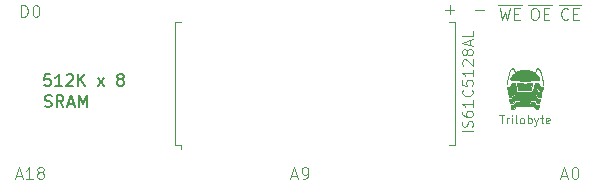
<source format=gbr>
%TF.GenerationSoftware,KiCad,Pcbnew,(6.0.0-0)*%
%TF.CreationDate,2022-07-06T04:59:43-04:00*%
%TF.ProjectId,RAM-Breakout,52414d2d-4272-4656-916b-6f75742e6b69,rev?*%
%TF.SameCoordinates,Original*%
%TF.FileFunction,Legend,Top*%
%TF.FilePolarity,Positive*%
%FSLAX46Y46*%
G04 Gerber Fmt 4.6, Leading zero omitted, Abs format (unit mm)*
G04 Created by KiCad (PCBNEW (6.0.0-0)) date 2022-07-06 04:59:43*
%MOMM*%
%LPD*%
G01*
G04 APERTURE LIST*
%ADD10C,0.150000*%
%ADD11C,0.100000*%
%ADD12C,0.013229*%
%ADD13C,0.120000*%
G04 APERTURE END LIST*
D10*
X120134285Y-116736761D02*
X120277142Y-116784380D01*
X120515238Y-116784380D01*
X120610476Y-116736761D01*
X120658095Y-116689142D01*
X120705714Y-116593904D01*
X120705714Y-116498666D01*
X120658095Y-116403428D01*
X120610476Y-116355809D01*
X120515238Y-116308190D01*
X120324761Y-116260571D01*
X120229523Y-116212952D01*
X120181904Y-116165333D01*
X120134285Y-116070095D01*
X120134285Y-115974857D01*
X120181904Y-115879619D01*
X120229523Y-115832000D01*
X120324761Y-115784380D01*
X120562857Y-115784380D01*
X120705714Y-115832000D01*
X121705714Y-116784380D02*
X121372380Y-116308190D01*
X121134285Y-116784380D02*
X121134285Y-115784380D01*
X121515238Y-115784380D01*
X121610476Y-115832000D01*
X121658095Y-115879619D01*
X121705714Y-115974857D01*
X121705714Y-116117714D01*
X121658095Y-116212952D01*
X121610476Y-116260571D01*
X121515238Y-116308190D01*
X121134285Y-116308190D01*
X122086666Y-116498666D02*
X122562857Y-116498666D01*
X121991428Y-116784380D02*
X122324761Y-115784380D01*
X122658095Y-116784380D01*
X122991428Y-116784380D02*
X122991428Y-115784380D01*
X123324761Y-116498666D01*
X123658095Y-115784380D01*
X123658095Y-116784380D01*
X120586857Y-114006380D02*
X120110666Y-114006380D01*
X120063047Y-114482571D01*
X120110666Y-114434952D01*
X120205904Y-114387333D01*
X120444000Y-114387333D01*
X120539238Y-114434952D01*
X120586857Y-114482571D01*
X120634476Y-114577809D01*
X120634476Y-114815904D01*
X120586857Y-114911142D01*
X120539238Y-114958761D01*
X120444000Y-115006380D01*
X120205904Y-115006380D01*
X120110666Y-114958761D01*
X120063047Y-114911142D01*
X121586857Y-115006380D02*
X121015428Y-115006380D01*
X121301142Y-115006380D02*
X121301142Y-114006380D01*
X121205904Y-114149238D01*
X121110666Y-114244476D01*
X121015428Y-114292095D01*
X121967809Y-114101619D02*
X122015428Y-114054000D01*
X122110666Y-114006380D01*
X122348761Y-114006380D01*
X122444000Y-114054000D01*
X122491619Y-114101619D01*
X122539238Y-114196857D01*
X122539238Y-114292095D01*
X122491619Y-114434952D01*
X121920190Y-115006380D01*
X122539238Y-115006380D01*
X122967809Y-115006380D02*
X122967809Y-114006380D01*
X123539238Y-115006380D02*
X123110666Y-114434952D01*
X123539238Y-114006380D02*
X122967809Y-114577809D01*
X124634476Y-115006380D02*
X125158285Y-114339714D01*
X124634476Y-114339714D02*
X125158285Y-115006380D01*
X126444000Y-114434952D02*
X126348761Y-114387333D01*
X126301142Y-114339714D01*
X126253523Y-114244476D01*
X126253523Y-114196857D01*
X126301142Y-114101619D01*
X126348761Y-114054000D01*
X126444000Y-114006380D01*
X126634476Y-114006380D01*
X126729714Y-114054000D01*
X126777333Y-114101619D01*
X126824952Y-114196857D01*
X126824952Y-114244476D01*
X126777333Y-114339714D01*
X126729714Y-114387333D01*
X126634476Y-114434952D01*
X126444000Y-114434952D01*
X126348761Y-114482571D01*
X126301142Y-114530190D01*
X126253523Y-114625428D01*
X126253523Y-114815904D01*
X126301142Y-114911142D01*
X126348761Y-114958761D01*
X126444000Y-115006380D01*
X126634476Y-115006380D01*
X126729714Y-114958761D01*
X126777333Y-114911142D01*
X126824952Y-114815904D01*
X126824952Y-114625428D01*
X126777333Y-114530190D01*
X126729714Y-114482571D01*
X126634476Y-114434952D01*
D11*
X156363142Y-118846714D02*
X155463142Y-118846714D01*
X156320285Y-118461000D02*
X156363142Y-118332428D01*
X156363142Y-118118142D01*
X156320285Y-118032428D01*
X156277428Y-117989571D01*
X156191714Y-117946714D01*
X156106000Y-117946714D01*
X156020285Y-117989571D01*
X155977428Y-118032428D01*
X155934571Y-118118142D01*
X155891714Y-118289571D01*
X155848857Y-118375285D01*
X155806000Y-118418142D01*
X155720285Y-118461000D01*
X155634571Y-118461000D01*
X155548857Y-118418142D01*
X155506000Y-118375285D01*
X155463142Y-118289571D01*
X155463142Y-118075285D01*
X155506000Y-117946714D01*
X155463142Y-117175285D02*
X155463142Y-117346714D01*
X155506000Y-117432428D01*
X155548857Y-117475285D01*
X155677428Y-117561000D01*
X155848857Y-117603857D01*
X156191714Y-117603857D01*
X156277428Y-117561000D01*
X156320285Y-117518142D01*
X156363142Y-117432428D01*
X156363142Y-117261000D01*
X156320285Y-117175285D01*
X156277428Y-117132428D01*
X156191714Y-117089571D01*
X155977428Y-117089571D01*
X155891714Y-117132428D01*
X155848857Y-117175285D01*
X155806000Y-117261000D01*
X155806000Y-117432428D01*
X155848857Y-117518142D01*
X155891714Y-117561000D01*
X155977428Y-117603857D01*
X156363142Y-116232428D02*
X156363142Y-116746714D01*
X156363142Y-116489571D02*
X155463142Y-116489571D01*
X155591714Y-116575285D01*
X155677428Y-116661000D01*
X155720285Y-116746714D01*
X156277428Y-115332428D02*
X156320285Y-115375285D01*
X156363142Y-115503857D01*
X156363142Y-115589571D01*
X156320285Y-115718142D01*
X156234571Y-115803857D01*
X156148857Y-115846714D01*
X155977428Y-115889571D01*
X155848857Y-115889571D01*
X155677428Y-115846714D01*
X155591714Y-115803857D01*
X155506000Y-115718142D01*
X155463142Y-115589571D01*
X155463142Y-115503857D01*
X155506000Y-115375285D01*
X155548857Y-115332428D01*
X155463142Y-114518142D02*
X155463142Y-114946714D01*
X155891714Y-114989571D01*
X155848857Y-114946714D01*
X155806000Y-114861000D01*
X155806000Y-114646714D01*
X155848857Y-114561000D01*
X155891714Y-114518142D01*
X155977428Y-114475285D01*
X156191714Y-114475285D01*
X156277428Y-114518142D01*
X156320285Y-114561000D01*
X156363142Y-114646714D01*
X156363142Y-114861000D01*
X156320285Y-114946714D01*
X156277428Y-114989571D01*
X156363142Y-113618142D02*
X156363142Y-114132428D01*
X156363142Y-113875285D02*
X155463142Y-113875285D01*
X155591714Y-113961000D01*
X155677428Y-114046714D01*
X155720285Y-114132428D01*
X155548857Y-113275285D02*
X155506000Y-113232428D01*
X155463142Y-113146714D01*
X155463142Y-112932428D01*
X155506000Y-112846714D01*
X155548857Y-112803857D01*
X155634571Y-112761000D01*
X155720285Y-112761000D01*
X155848857Y-112803857D01*
X156363142Y-113318142D01*
X156363142Y-112761000D01*
X155848857Y-112246714D02*
X155806000Y-112332428D01*
X155763142Y-112375285D01*
X155677428Y-112418142D01*
X155634571Y-112418142D01*
X155548857Y-112375285D01*
X155506000Y-112332428D01*
X155463142Y-112246714D01*
X155463142Y-112075285D01*
X155506000Y-111989571D01*
X155548857Y-111946714D01*
X155634571Y-111903857D01*
X155677428Y-111903857D01*
X155763142Y-111946714D01*
X155806000Y-111989571D01*
X155848857Y-112075285D01*
X155848857Y-112246714D01*
X155891714Y-112332428D01*
X155934571Y-112375285D01*
X156020285Y-112418142D01*
X156191714Y-112418142D01*
X156277428Y-112375285D01*
X156320285Y-112332428D01*
X156363142Y-112246714D01*
X156363142Y-112075285D01*
X156320285Y-111989571D01*
X156277428Y-111946714D01*
X156191714Y-111903857D01*
X156020285Y-111903857D01*
X155934571Y-111946714D01*
X155891714Y-111989571D01*
X155848857Y-112075285D01*
X156106000Y-111561000D02*
X156106000Y-111132428D01*
X156363142Y-111646714D02*
X155463142Y-111346714D01*
X156363142Y-111046714D01*
X156363142Y-110318142D02*
X156363142Y-110746714D01*
X155463142Y-110746714D01*
X158615333Y-117472666D02*
X159015333Y-117472666D01*
X158815333Y-118172666D02*
X158815333Y-117472666D01*
X159248666Y-118172666D02*
X159248666Y-117706000D01*
X159248666Y-117839333D02*
X159282000Y-117772666D01*
X159315333Y-117739333D01*
X159382000Y-117706000D01*
X159448666Y-117706000D01*
X159682000Y-118172666D02*
X159682000Y-117706000D01*
X159682000Y-117472666D02*
X159648666Y-117506000D01*
X159682000Y-117539333D01*
X159715333Y-117506000D01*
X159682000Y-117472666D01*
X159682000Y-117539333D01*
X160115333Y-118172666D02*
X160048666Y-118139333D01*
X160015333Y-118072666D01*
X160015333Y-117472666D01*
X160482000Y-118172666D02*
X160415333Y-118139333D01*
X160382000Y-118106000D01*
X160348666Y-118039333D01*
X160348666Y-117839333D01*
X160382000Y-117772666D01*
X160415333Y-117739333D01*
X160482000Y-117706000D01*
X160582000Y-117706000D01*
X160648666Y-117739333D01*
X160682000Y-117772666D01*
X160715333Y-117839333D01*
X160715333Y-118039333D01*
X160682000Y-118106000D01*
X160648666Y-118139333D01*
X160582000Y-118172666D01*
X160482000Y-118172666D01*
X161015333Y-118172666D02*
X161015333Y-117472666D01*
X161015333Y-117739333D02*
X161082000Y-117706000D01*
X161215333Y-117706000D01*
X161282000Y-117739333D01*
X161315333Y-117772666D01*
X161348666Y-117839333D01*
X161348666Y-118039333D01*
X161315333Y-118106000D01*
X161282000Y-118139333D01*
X161215333Y-118172666D01*
X161082000Y-118172666D01*
X161015333Y-118139333D01*
X161582000Y-117706000D02*
X161748666Y-118172666D01*
X161915333Y-117706000D02*
X161748666Y-118172666D01*
X161682000Y-118339333D01*
X161648666Y-118372666D01*
X161582000Y-118406000D01*
X162082000Y-117706000D02*
X162348666Y-117706000D01*
X162182000Y-117472666D02*
X162182000Y-118072666D01*
X162215333Y-118139333D01*
X162282000Y-118172666D01*
X162348666Y-118172666D01*
X162848666Y-118139333D02*
X162782000Y-118172666D01*
X162648666Y-118172666D01*
X162582000Y-118139333D01*
X162548666Y-118072666D01*
X162548666Y-117806000D01*
X162582000Y-117739333D01*
X162648666Y-117706000D01*
X162782000Y-117706000D01*
X162848666Y-117739333D01*
X162882000Y-117806000D01*
X162882000Y-117872666D01*
X162548666Y-117939333D01*
X118133904Y-109164380D02*
X118133904Y-108164380D01*
X118372000Y-108164380D01*
X118514857Y-108212000D01*
X118610095Y-108307238D01*
X118657714Y-108402476D01*
X118705333Y-108592952D01*
X118705333Y-108735809D01*
X118657714Y-108926285D01*
X118610095Y-109021523D01*
X118514857Y-109116761D01*
X118372000Y-109164380D01*
X118133904Y-109164380D01*
X119324380Y-108164380D02*
X119419619Y-108164380D01*
X119514857Y-108212000D01*
X119562476Y-108259619D01*
X119610095Y-108354857D01*
X119657714Y-108545333D01*
X119657714Y-108783428D01*
X119610095Y-108973904D01*
X119562476Y-109069142D01*
X119514857Y-109116761D01*
X119419619Y-109164380D01*
X119324380Y-109164380D01*
X119229142Y-109116761D01*
X119181523Y-109069142D01*
X119133904Y-108973904D01*
X119086285Y-108783428D01*
X119086285Y-108545333D01*
X119133904Y-108354857D01*
X119181523Y-108259619D01*
X119229142Y-108212000D01*
X119324380Y-108164380D01*
X141017714Y-122594666D02*
X141493904Y-122594666D01*
X140922476Y-122880380D02*
X141255809Y-121880380D01*
X141589142Y-122880380D01*
X141970095Y-122880380D02*
X142160571Y-122880380D01*
X142255809Y-122832761D01*
X142303428Y-122785142D01*
X142398666Y-122642285D01*
X142446285Y-122451809D01*
X142446285Y-122070857D01*
X142398666Y-121975619D01*
X142351047Y-121928000D01*
X142255809Y-121880380D01*
X142065333Y-121880380D01*
X141970095Y-121928000D01*
X141922476Y-121975619D01*
X141874857Y-122070857D01*
X141874857Y-122308952D01*
X141922476Y-122404190D01*
X141970095Y-122451809D01*
X142065333Y-122499428D01*
X142255809Y-122499428D01*
X142351047Y-122451809D01*
X142398666Y-122404190D01*
X142446285Y-122308952D01*
X117681523Y-122594666D02*
X118157714Y-122594666D01*
X117586285Y-122880380D02*
X117919619Y-121880380D01*
X118252952Y-122880380D01*
X119110095Y-122880380D02*
X118538666Y-122880380D01*
X118824380Y-122880380D02*
X118824380Y-121880380D01*
X118729142Y-122023238D01*
X118633904Y-122118476D01*
X118538666Y-122166095D01*
X119681523Y-122308952D02*
X119586285Y-122261333D01*
X119538666Y-122213714D01*
X119491047Y-122118476D01*
X119491047Y-122070857D01*
X119538666Y-121975619D01*
X119586285Y-121928000D01*
X119681523Y-121880380D01*
X119872000Y-121880380D01*
X119967238Y-121928000D01*
X120014857Y-121975619D01*
X120062476Y-122070857D01*
X120062476Y-122118476D01*
X120014857Y-122213714D01*
X119967238Y-122261333D01*
X119872000Y-122308952D01*
X119681523Y-122308952D01*
X119586285Y-122356571D01*
X119538666Y-122404190D01*
X119491047Y-122499428D01*
X119491047Y-122689904D01*
X119538666Y-122785142D01*
X119586285Y-122832761D01*
X119681523Y-122880380D01*
X119872000Y-122880380D01*
X119967238Y-122832761D01*
X120014857Y-122785142D01*
X120062476Y-122689904D01*
X120062476Y-122499428D01*
X120014857Y-122404190D01*
X119967238Y-122356571D01*
X119872000Y-122308952D01*
X163877714Y-122594666D02*
X164353904Y-122594666D01*
X163782476Y-122880380D02*
X164115809Y-121880380D01*
X164449142Y-122880380D01*
X164972952Y-121880380D02*
X165068190Y-121880380D01*
X165163428Y-121928000D01*
X165211047Y-121975619D01*
X165258666Y-122070857D01*
X165306285Y-122261333D01*
X165306285Y-122499428D01*
X165258666Y-122689904D01*
X165211047Y-122785142D01*
X165163428Y-122832761D01*
X165068190Y-122880380D01*
X164972952Y-122880380D01*
X164877714Y-122832761D01*
X164830095Y-122785142D01*
X164782476Y-122689904D01*
X164734857Y-122499428D01*
X164734857Y-122261333D01*
X164782476Y-122070857D01*
X164830095Y-121975619D01*
X164877714Y-121928000D01*
X164972952Y-121880380D01*
X163639619Y-108136000D02*
X164639619Y-108136000D01*
X164449142Y-109323142D02*
X164401523Y-109370761D01*
X164258666Y-109418380D01*
X164163428Y-109418380D01*
X164020571Y-109370761D01*
X163925333Y-109275523D01*
X163877714Y-109180285D01*
X163830095Y-108989809D01*
X163830095Y-108846952D01*
X163877714Y-108656476D01*
X163925333Y-108561238D01*
X164020571Y-108466000D01*
X164163428Y-108418380D01*
X164258666Y-108418380D01*
X164401523Y-108466000D01*
X164449142Y-108513619D01*
X164639619Y-108136000D02*
X165544380Y-108136000D01*
X164877714Y-108894571D02*
X165211047Y-108894571D01*
X165353904Y-109418380D02*
X164877714Y-109418380D01*
X164877714Y-108418380D01*
X165353904Y-108418380D01*
X161075809Y-108136000D02*
X162123428Y-108136000D01*
X161504380Y-108418380D02*
X161694857Y-108418380D01*
X161790095Y-108466000D01*
X161885333Y-108561238D01*
X161932952Y-108751714D01*
X161932952Y-109085047D01*
X161885333Y-109275523D01*
X161790095Y-109370761D01*
X161694857Y-109418380D01*
X161504380Y-109418380D01*
X161409142Y-109370761D01*
X161313904Y-109275523D01*
X161266285Y-109085047D01*
X161266285Y-108751714D01*
X161313904Y-108561238D01*
X161409142Y-108466000D01*
X161504380Y-108418380D01*
X162123428Y-108136000D02*
X163028190Y-108136000D01*
X162361523Y-108894571D02*
X162694857Y-108894571D01*
X162837714Y-109418380D02*
X162361523Y-109418380D01*
X162361523Y-108418380D01*
X162837714Y-108418380D01*
X158488190Y-108136000D02*
X159631047Y-108136000D01*
X158631047Y-108418380D02*
X158869142Y-109418380D01*
X159059619Y-108704095D01*
X159250095Y-109418380D01*
X159488190Y-108418380D01*
X159631047Y-108136000D02*
X160535809Y-108136000D01*
X159869142Y-108894571D02*
X160202476Y-108894571D01*
X160345333Y-109418380D02*
X159869142Y-109418380D01*
X159869142Y-108418380D01*
X160345333Y-108418380D01*
X156591047Y-108529428D02*
X157352952Y-108529428D01*
X154051047Y-108529428D02*
X154812952Y-108529428D01*
X154432000Y-108910380D02*
X154432000Y-108148476D01*
D12*
%TO.C,REF\u002A\u002A*%
X161960560Y-113589396D02*
X161982349Y-113619475D01*
X159295440Y-114560974D02*
X159272053Y-114722042D01*
X161982349Y-113619475D02*
X162024942Y-113691176D01*
X161861605Y-113511352D02*
X161880118Y-113517864D01*
X159786244Y-113517999D02*
X159770602Y-113505069D01*
X159463687Y-113845559D02*
X159430794Y-113944609D01*
X159754417Y-113495697D02*
X159737674Y-113490048D01*
X159720355Y-113488289D02*
X159702445Y-113490582D01*
X159947620Y-113934871D02*
X159927150Y-113847923D01*
X159581652Y-113598705D02*
X159581652Y-113598705D01*
X161826383Y-113510818D02*
X161843699Y-113509058D01*
X159702445Y-113490582D02*
X159683927Y-113497094D01*
X159984914Y-114122436D02*
X159947620Y-113934871D01*
X161733979Y-113597262D02*
X161762699Y-113555093D01*
X161579092Y-114143206D02*
X161616399Y-113955641D01*
X161545786Y-114340200D02*
X161579092Y-114143206D01*
X159581652Y-113598705D02*
X159539037Y-113670407D01*
X161793458Y-113525838D02*
X161809641Y-113516467D01*
X159603453Y-113568627D02*
X159581652Y-113598705D01*
X161658745Y-113788062D02*
X161682131Y-113715066D01*
X161939459Y-113564361D02*
X161960560Y-113589396D01*
X161809641Y-113516467D02*
X161826383Y-113510818D01*
X161707166Y-113651027D02*
X161733979Y-113597262D01*
X159539037Y-113670407D02*
X159499741Y-113753425D01*
X159374181Y-114154660D02*
X159329273Y-114365981D01*
X161616399Y-113955641D02*
X161636877Y-113868693D01*
X159499741Y-113753425D02*
X159463687Y-113845559D01*
X160018215Y-114319430D02*
X159984914Y-114122436D01*
X159272053Y-114722042D02*
X159254098Y-114872013D01*
X159664785Y-113507990D02*
X159645003Y-113523434D01*
X161636877Y-113868693D02*
X161658745Y-113788062D01*
X159881913Y-113694296D02*
X159856885Y-113630257D01*
X162291930Y-114742700D02*
X162309903Y-114892650D01*
X161880118Y-113517864D02*
X161899254Y-113528760D01*
X161899254Y-113528760D02*
X161919029Y-113544204D01*
X159645003Y-113523434D02*
X159624564Y-113543591D01*
X159905291Y-113767292D02*
X159881913Y-113694296D01*
X162268527Y-114581653D02*
X162291930Y-114742700D01*
X159801360Y-113534323D02*
X159786244Y-113517999D01*
X159737674Y-113490048D02*
X159720355Y-113488289D01*
X159329273Y-114365981D02*
X159295440Y-114560974D01*
X161762699Y-113555093D02*
X161777816Y-113538769D01*
X162064222Y-113774189D02*
X162100265Y-113866316D01*
X162162957Y-114069115D02*
X162189762Y-114175388D01*
X162024942Y-113691176D02*
X162064222Y-113774189D01*
X159856885Y-113630257D02*
X159830077Y-113576492D01*
X161777816Y-113538769D02*
X161793458Y-113525838D01*
X159683927Y-113497094D02*
X159664785Y-113507990D01*
X161919029Y-113544204D02*
X161939459Y-113564361D01*
X162133151Y-113965358D02*
X162162957Y-114069115D01*
X159770602Y-113505069D02*
X159754417Y-113495697D01*
X162189762Y-114175388D02*
X162234679Y-114386684D01*
X159430794Y-113944609D02*
X159400985Y-114048376D01*
X159624564Y-113543591D02*
X159603453Y-113568627D01*
X162100265Y-113866316D02*
X162133151Y-113965358D01*
X159927150Y-113847923D02*
X159905291Y-113767292D01*
X159400985Y-114048376D02*
X159374181Y-114154660D01*
X159830077Y-113576492D02*
X159801360Y-113534323D01*
X161982349Y-113619475D02*
X161982349Y-113619475D01*
X162234679Y-114386684D02*
X162268527Y-114581653D01*
X161843699Y-113509058D02*
X161861605Y-113511352D01*
X161682131Y-113715066D02*
X161707166Y-113651027D01*
X160306610Y-116024538D02*
X160419058Y-116721714D01*
X160419058Y-116721714D02*
X161119014Y-116721714D01*
X161119014Y-116721714D02*
X161231462Y-116024538D01*
X161231462Y-116024538D02*
X160306610Y-116024538D01*
X160306610Y-116024538D02*
X160306610Y-116024538D01*
G36*
X161119014Y-116721714D02*
G01*
X160419058Y-116721714D01*
X160306610Y-116024538D01*
X161231462Y-116024538D01*
X161119014Y-116721714D01*
G37*
X161119014Y-116721714D02*
X160419058Y-116721714D01*
X160306610Y-116024538D01*
X161231462Y-116024538D01*
X161119014Y-116721714D01*
X160768970Y-113617094D02*
X160702887Y-113618906D01*
X160702887Y-113618906D02*
X160637630Y-113624209D01*
X160637630Y-113624209D02*
X160573297Y-113632804D01*
X160573297Y-113632804D02*
X160509984Y-113644492D01*
X160509984Y-113644492D02*
X160447790Y-113659073D01*
X160447790Y-113659073D02*
X160386810Y-113676348D01*
X160386810Y-113676348D02*
X160327143Y-113696118D01*
X160327143Y-113696118D02*
X160268885Y-113718183D01*
X160268885Y-113718183D02*
X160156984Y-113768403D01*
X160156984Y-113768403D02*
X160051886Y-113825414D01*
X160051886Y-113825414D02*
X159954366Y-113887621D01*
X159954366Y-113887621D02*
X159865203Y-113953429D01*
X159865203Y-113953429D02*
X159785172Y-114021245D01*
X159785172Y-114021245D02*
X159715051Y-114089475D01*
X159715051Y-114089475D02*
X159655617Y-114156523D01*
X159655617Y-114156523D02*
X159607645Y-114220797D01*
X159607645Y-114220797D02*
X159571915Y-114280701D01*
X159571915Y-114280701D02*
X159549201Y-114334641D01*
X159549201Y-114334641D02*
X159542969Y-114358876D01*
X159542969Y-114358876D02*
X159540282Y-114381023D01*
X159540282Y-114381023D02*
X159541238Y-114400881D01*
X159541238Y-114400881D02*
X159545933Y-114418253D01*
X159545933Y-114418253D02*
X159552577Y-114430530D01*
X159552577Y-114430530D02*
X159561749Y-114441428D01*
X159561749Y-114441428D02*
X159573346Y-114451035D01*
X159573346Y-114451035D02*
X159587267Y-114459440D01*
X159587267Y-114459440D02*
X159603407Y-114466734D01*
X159603407Y-114466734D02*
X159621665Y-114473005D01*
X159621665Y-114473005D02*
X159641937Y-114478343D01*
X159641937Y-114478343D02*
X159664122Y-114482838D01*
X159664122Y-114482838D02*
X159713816Y-114489655D01*
X159713816Y-114489655D02*
X159769927Y-114494171D01*
X159769927Y-114494171D02*
X159898110Y-114499165D01*
X159898110Y-114499165D02*
X160042101Y-114503546D01*
X160042101Y-114503546D02*
X160117970Y-114507295D01*
X160117970Y-114507295D02*
X160195326Y-114513037D01*
X160195326Y-114513037D02*
X160273349Y-114521489D01*
X160273349Y-114521489D02*
X160351215Y-114533366D01*
X160351215Y-114533366D02*
X160389833Y-114540812D01*
X160389833Y-114540812D02*
X160428105Y-114549383D01*
X160428105Y-114549383D02*
X160465926Y-114559167D01*
X160465926Y-114559167D02*
X160503196Y-114570256D01*
X160503196Y-114570256D02*
X160534788Y-114580209D01*
X160534788Y-114580209D02*
X160566659Y-114588900D01*
X160566659Y-114588900D02*
X160598770Y-114596328D01*
X160598770Y-114596328D02*
X160631086Y-114602491D01*
X160631086Y-114602491D02*
X160663568Y-114607390D01*
X160663568Y-114607390D02*
X160696180Y-114611024D01*
X160696180Y-114611024D02*
X160728884Y-114613392D01*
X160728884Y-114613392D02*
X160761644Y-114614494D01*
X160761644Y-114614494D02*
X160794421Y-114614329D01*
X160794421Y-114614329D02*
X160827180Y-114612897D01*
X160827180Y-114612897D02*
X160859882Y-114610197D01*
X160859882Y-114610197D02*
X160892491Y-114606229D01*
X160892491Y-114606229D02*
X160924970Y-114600992D01*
X160924970Y-114600992D02*
X160957281Y-114594486D01*
X160957281Y-114594486D02*
X160989387Y-114586710D01*
X160989387Y-114586710D02*
X161021251Y-114577664D01*
X161021251Y-114577664D02*
X161098672Y-114557939D01*
X161098672Y-114557939D02*
X161177603Y-114542664D01*
X161177603Y-114542664D02*
X161257243Y-114531165D01*
X161257243Y-114531165D02*
X161336789Y-114522767D01*
X161336789Y-114522767D02*
X161492386Y-114512575D01*
X161492386Y-114512575D02*
X161637977Y-114506689D01*
X161637977Y-114506689D02*
X161767141Y-114499712D01*
X161767141Y-114499712D02*
X161823557Y-114494128D01*
X161823557Y-114494128D02*
X161873458Y-114486246D01*
X161873458Y-114486246D02*
X161916043Y-114475393D01*
X161916043Y-114475393D02*
X161950509Y-114460892D01*
X161950509Y-114460892D02*
X161964447Y-114452064D01*
X161964447Y-114452064D02*
X161976054Y-114442070D01*
X161976054Y-114442070D02*
X161985229Y-114430828D01*
X161985229Y-114430828D02*
X161991874Y-114418253D01*
X161991874Y-114418253D02*
X161996588Y-114400532D01*
X161996588Y-114400532D02*
X161997549Y-114380367D01*
X161997549Y-114380367D02*
X161994856Y-114357956D01*
X161994856Y-114357956D02*
X161988606Y-114333496D01*
X161988606Y-114333496D02*
X161978899Y-114307183D01*
X161978899Y-114307183D02*
X161965833Y-114279216D01*
X161965833Y-114279216D02*
X161949505Y-114249790D01*
X161949505Y-114249790D02*
X161930015Y-114219104D01*
X161930015Y-114219104D02*
X161907460Y-114187354D01*
X161907460Y-114187354D02*
X161881939Y-114154738D01*
X161881939Y-114154738D02*
X161853550Y-114121453D01*
X161853550Y-114121453D02*
X161822391Y-114087696D01*
X161822391Y-114087696D02*
X161788561Y-114053664D01*
X161788561Y-114053664D02*
X161752158Y-114019554D01*
X161752158Y-114019554D02*
X161713280Y-113985564D01*
X161713280Y-113985564D02*
X161672026Y-113951891D01*
X161672026Y-113951891D02*
X161628493Y-113918732D01*
X161628493Y-113918732D02*
X161582781Y-113886284D01*
X161582781Y-113886284D02*
X161534987Y-113854744D01*
X161534987Y-113854744D02*
X161485210Y-113824309D01*
X161485210Y-113824309D02*
X161433548Y-113795177D01*
X161433548Y-113795177D02*
X161380099Y-113767545D01*
X161380099Y-113767545D02*
X161324962Y-113741610D01*
X161324962Y-113741610D02*
X161268234Y-113717570D01*
X161268234Y-113717570D02*
X161210015Y-113695620D01*
X161210015Y-113695620D02*
X161150403Y-113675959D01*
X161150403Y-113675959D02*
X161089495Y-113658784D01*
X161089495Y-113658784D02*
X161027391Y-113644291D01*
X161027391Y-113644291D02*
X160964188Y-113632679D01*
X160964188Y-113632679D02*
X160899984Y-113624144D01*
X160899984Y-113624144D02*
X160834879Y-113618883D01*
X160834879Y-113618883D02*
X160768970Y-113617094D01*
X160768970Y-113617094D02*
X160768970Y-113617094D01*
G36*
X160834879Y-113618883D02*
G01*
X160899984Y-113624144D01*
X160964188Y-113632679D01*
X161027391Y-113644291D01*
X161089495Y-113658784D01*
X161150403Y-113675959D01*
X161210015Y-113695620D01*
X161268234Y-113717570D01*
X161324962Y-113741610D01*
X161380099Y-113767545D01*
X161433548Y-113795177D01*
X161485210Y-113824309D01*
X161534987Y-113854744D01*
X161582781Y-113886284D01*
X161628493Y-113918732D01*
X161672026Y-113951891D01*
X161713280Y-113985564D01*
X161752158Y-114019554D01*
X161788561Y-114053664D01*
X161822391Y-114087696D01*
X161853550Y-114121453D01*
X161881939Y-114154738D01*
X161907460Y-114187354D01*
X161930015Y-114219104D01*
X161949505Y-114249790D01*
X161965833Y-114279216D01*
X161978899Y-114307183D01*
X161988606Y-114333496D01*
X161994856Y-114357956D01*
X161997549Y-114380367D01*
X161996588Y-114400532D01*
X161991874Y-114418253D01*
X161985229Y-114430828D01*
X161976054Y-114442070D01*
X161964447Y-114452064D01*
X161950509Y-114460892D01*
X161916043Y-114475393D01*
X161873458Y-114486246D01*
X161823557Y-114494128D01*
X161767141Y-114499712D01*
X161637977Y-114506689D01*
X161492386Y-114512575D01*
X161336789Y-114522767D01*
X161257243Y-114531165D01*
X161177603Y-114542664D01*
X161098672Y-114557939D01*
X161021251Y-114577664D01*
X160989387Y-114586710D01*
X160957281Y-114594486D01*
X160924970Y-114600992D01*
X160892491Y-114606229D01*
X160859882Y-114610197D01*
X160827180Y-114612897D01*
X160794421Y-114614329D01*
X160761644Y-114614494D01*
X160728884Y-114613392D01*
X160696180Y-114611024D01*
X160663568Y-114607390D01*
X160631086Y-114602491D01*
X160598770Y-114596328D01*
X160566659Y-114588900D01*
X160534788Y-114580209D01*
X160503196Y-114570256D01*
X160465926Y-114559167D01*
X160428105Y-114549383D01*
X160389833Y-114540812D01*
X160351215Y-114533366D01*
X160273349Y-114521489D01*
X160195326Y-114513037D01*
X160117970Y-114507295D01*
X160042101Y-114503546D01*
X159898110Y-114499165D01*
X159769927Y-114494171D01*
X159713816Y-114489655D01*
X159664122Y-114482838D01*
X159641937Y-114478343D01*
X159621665Y-114473005D01*
X159603407Y-114466734D01*
X159587267Y-114459440D01*
X159573346Y-114451035D01*
X159561749Y-114441428D01*
X159552577Y-114430530D01*
X159545933Y-114418253D01*
X159541238Y-114400881D01*
X159540282Y-114381023D01*
X159542969Y-114358876D01*
X159549201Y-114334641D01*
X159571915Y-114280701D01*
X159607645Y-114220797D01*
X159655617Y-114156523D01*
X159715051Y-114089475D01*
X159785172Y-114021245D01*
X159865203Y-113953429D01*
X159954366Y-113887621D01*
X160051886Y-113825414D01*
X160156984Y-113768403D01*
X160268885Y-113718183D01*
X160327143Y-113696118D01*
X160386810Y-113676348D01*
X160447790Y-113659073D01*
X160509984Y-113644492D01*
X160573297Y-113632804D01*
X160637630Y-113624209D01*
X160702887Y-113618906D01*
X160768970Y-113617094D01*
X160834879Y-113618883D01*
G37*
X160834879Y-113618883D02*
X160899984Y-113624144D01*
X160964188Y-113632679D01*
X161027391Y-113644291D01*
X161089495Y-113658784D01*
X161150403Y-113675959D01*
X161210015Y-113695620D01*
X161268234Y-113717570D01*
X161324962Y-113741610D01*
X161380099Y-113767545D01*
X161433548Y-113795177D01*
X161485210Y-113824309D01*
X161534987Y-113854744D01*
X161582781Y-113886284D01*
X161628493Y-113918732D01*
X161672026Y-113951891D01*
X161713280Y-113985564D01*
X161752158Y-114019554D01*
X161788561Y-114053664D01*
X161822391Y-114087696D01*
X161853550Y-114121453D01*
X161881939Y-114154738D01*
X161907460Y-114187354D01*
X161930015Y-114219104D01*
X161949505Y-114249790D01*
X161965833Y-114279216D01*
X161978899Y-114307183D01*
X161988606Y-114333496D01*
X161994856Y-114357956D01*
X161997549Y-114380367D01*
X161996588Y-114400532D01*
X161991874Y-114418253D01*
X161985229Y-114430828D01*
X161976054Y-114442070D01*
X161964447Y-114452064D01*
X161950509Y-114460892D01*
X161916043Y-114475393D01*
X161873458Y-114486246D01*
X161823557Y-114494128D01*
X161767141Y-114499712D01*
X161637977Y-114506689D01*
X161492386Y-114512575D01*
X161336789Y-114522767D01*
X161257243Y-114531165D01*
X161177603Y-114542664D01*
X161098672Y-114557939D01*
X161021251Y-114577664D01*
X160989387Y-114586710D01*
X160957281Y-114594486D01*
X160924970Y-114600992D01*
X160892491Y-114606229D01*
X160859882Y-114610197D01*
X160827180Y-114612897D01*
X160794421Y-114614329D01*
X160761644Y-114614494D01*
X160728884Y-114613392D01*
X160696180Y-114611024D01*
X160663568Y-114607390D01*
X160631086Y-114602491D01*
X160598770Y-114596328D01*
X160566659Y-114588900D01*
X160534788Y-114580209D01*
X160503196Y-114570256D01*
X160465926Y-114559167D01*
X160428105Y-114549383D01*
X160389833Y-114540812D01*
X160351215Y-114533366D01*
X160273349Y-114521489D01*
X160195326Y-114513037D01*
X160117970Y-114507295D01*
X160042101Y-114503546D01*
X159898110Y-114499165D01*
X159769927Y-114494171D01*
X159713816Y-114489655D01*
X159664122Y-114482838D01*
X159641937Y-114478343D01*
X159621665Y-114473005D01*
X159603407Y-114466734D01*
X159587267Y-114459440D01*
X159573346Y-114451035D01*
X159561749Y-114441428D01*
X159552577Y-114430530D01*
X159545933Y-114418253D01*
X159541238Y-114400881D01*
X159540282Y-114381023D01*
X159542969Y-114358876D01*
X159549201Y-114334641D01*
X159571915Y-114280701D01*
X159607645Y-114220797D01*
X159655617Y-114156523D01*
X159715051Y-114089475D01*
X159785172Y-114021245D01*
X159865203Y-113953429D01*
X159954366Y-113887621D01*
X160051886Y-113825414D01*
X160156984Y-113768403D01*
X160268885Y-113718183D01*
X160327143Y-113696118D01*
X160386810Y-113676348D01*
X160447790Y-113659073D01*
X160509984Y-113644492D01*
X160573297Y-113632804D01*
X160637630Y-113624209D01*
X160702887Y-113618906D01*
X160768970Y-113617094D01*
X160834879Y-113618883D01*
X160128017Y-114721465D02*
X160597123Y-114721465D01*
X160597123Y-114721465D02*
X160597902Y-114727428D01*
X160597902Y-114727428D02*
X160598853Y-114733363D01*
X160598853Y-114733363D02*
X160599974Y-114739265D01*
X160599974Y-114739265D02*
X160601264Y-114745132D01*
X160601264Y-114745132D02*
X160602723Y-114750958D01*
X160602723Y-114750958D02*
X160604350Y-114756742D01*
X160604350Y-114756742D02*
X160606144Y-114762478D01*
X160606144Y-114762478D02*
X160608103Y-114768164D01*
X160608103Y-114768164D02*
X160609154Y-114770570D01*
X160609154Y-114770570D02*
X160610251Y-114772954D01*
X160610251Y-114772954D02*
X160611393Y-114775315D01*
X160611393Y-114775315D02*
X160612580Y-114777652D01*
X160612580Y-114777652D02*
X160613812Y-114779964D01*
X160613812Y-114779964D02*
X160615088Y-114782252D01*
X160615088Y-114782252D02*
X160616408Y-114784514D01*
X160616408Y-114784514D02*
X160617771Y-114786750D01*
X160617771Y-114786750D02*
X160619177Y-114788959D01*
X160619177Y-114788959D02*
X160620627Y-114791141D01*
X160620627Y-114791141D02*
X160622118Y-114793294D01*
X160622118Y-114793294D02*
X160623651Y-114795419D01*
X160623651Y-114795419D02*
X160625226Y-114797514D01*
X160625226Y-114797514D02*
X160626842Y-114799580D01*
X160626842Y-114799580D02*
X160628499Y-114801614D01*
X160628499Y-114801614D02*
X160630196Y-114803618D01*
X160630196Y-114803618D02*
X160632485Y-114806536D01*
X160632485Y-114806536D02*
X160634825Y-114809410D01*
X160634825Y-114809410D02*
X160637216Y-114812239D01*
X160637216Y-114812239D02*
X160639658Y-114815023D01*
X160639658Y-114815023D02*
X160642150Y-114817760D01*
X160642150Y-114817760D02*
X160644691Y-114820450D01*
X160644691Y-114820450D02*
X160647281Y-114823093D01*
X160647281Y-114823093D02*
X160649919Y-114825687D01*
X160649919Y-114825687D02*
X160652603Y-114828233D01*
X160652603Y-114828233D02*
X160655335Y-114830729D01*
X160655335Y-114830729D02*
X160658112Y-114833175D01*
X160658112Y-114833175D02*
X160660934Y-114835570D01*
X160660934Y-114835570D02*
X160663801Y-114837913D01*
X160663801Y-114837913D02*
X160666711Y-114840205D01*
X160666711Y-114840205D02*
X160669665Y-114842443D01*
X160669665Y-114842443D02*
X160672661Y-114844629D01*
X160672661Y-114844629D02*
X160676535Y-114847268D01*
X160676535Y-114847268D02*
X160680466Y-114849813D01*
X160680466Y-114849813D02*
X160684452Y-114852262D01*
X160684452Y-114852262D02*
X160688492Y-114854616D01*
X160688492Y-114854616D02*
X160692585Y-114856872D01*
X160692585Y-114856872D02*
X160696727Y-114859030D01*
X160696727Y-114859030D02*
X160700918Y-114861090D01*
X160700918Y-114861090D02*
X160705156Y-114863050D01*
X160705156Y-114863050D02*
X160709439Y-114864910D01*
X160709439Y-114864910D02*
X160713765Y-114866669D01*
X160713765Y-114866669D02*
X160718132Y-114868326D01*
X160718132Y-114868326D02*
X160722539Y-114869880D01*
X160722539Y-114869880D02*
X160726984Y-114871331D01*
X160726984Y-114871331D02*
X160731465Y-114872678D01*
X160731465Y-114872678D02*
X160735980Y-114873919D01*
X160735980Y-114873919D02*
X160740527Y-114875055D01*
X160740527Y-114875055D02*
X160744944Y-114876110D01*
X160744944Y-114876110D02*
X160749384Y-114877058D01*
X160749384Y-114877058D02*
X160753844Y-114877898D01*
X160753844Y-114877898D02*
X160758322Y-114878631D01*
X160758322Y-114878631D02*
X160762816Y-114879256D01*
X160762816Y-114879256D02*
X160767325Y-114879772D01*
X160767325Y-114879772D02*
X160771846Y-114880180D01*
X160771846Y-114880180D02*
X160776378Y-114880480D01*
X160776378Y-114880480D02*
X160780588Y-114880631D01*
X160780588Y-114880631D02*
X160784799Y-114880683D01*
X160784799Y-114880683D02*
X160789010Y-114880634D01*
X160789010Y-114880634D02*
X160793217Y-114880486D01*
X160793217Y-114880486D02*
X160797419Y-114880237D01*
X160797419Y-114880237D02*
X160801615Y-114879888D01*
X160801615Y-114879888D02*
X160805802Y-114879440D01*
X160805802Y-114879440D02*
X160809980Y-114878892D01*
X160809980Y-114878892D02*
X160814011Y-114878151D01*
X160814011Y-114878151D02*
X160818021Y-114877319D01*
X160818021Y-114877319D02*
X160822008Y-114876399D01*
X160822008Y-114876399D02*
X160825970Y-114875389D01*
X160825970Y-114875389D02*
X160829907Y-114874291D01*
X160829907Y-114874291D02*
X160833817Y-114873106D01*
X160833817Y-114873106D02*
X160837698Y-114871833D01*
X160837698Y-114871833D02*
X160841549Y-114870473D01*
X160841549Y-114870473D02*
X160845369Y-114869027D01*
X160845369Y-114869027D02*
X160849155Y-114867495D01*
X160849155Y-114867495D02*
X160852907Y-114865878D01*
X160852907Y-114865878D02*
X160856623Y-114864176D01*
X160856623Y-114864176D02*
X160860302Y-114862391D01*
X160860302Y-114862391D02*
X160863942Y-114860522D01*
X160863942Y-114860522D02*
X160867541Y-114858569D01*
X160867541Y-114858569D02*
X160871099Y-114856534D01*
X160871099Y-114856534D02*
X160874816Y-114854423D01*
X160874816Y-114854423D02*
X160878485Y-114852234D01*
X160878485Y-114852234D02*
X160882102Y-114849968D01*
X160882102Y-114849968D02*
X160885669Y-114847626D01*
X160885669Y-114847626D02*
X160889182Y-114845209D01*
X160889182Y-114845209D02*
X160892641Y-114842717D01*
X160892641Y-114842717D02*
X160896046Y-114840153D01*
X160896046Y-114840153D02*
X160899394Y-114837517D01*
X160899394Y-114837517D02*
X160902684Y-114834809D01*
X160902684Y-114834809D02*
X160905917Y-114832031D01*
X160905917Y-114832031D02*
X160909089Y-114829183D01*
X160909089Y-114829183D02*
X160912201Y-114826267D01*
X160912201Y-114826267D02*
X160915250Y-114823284D01*
X160915250Y-114823284D02*
X160918237Y-114820233D01*
X160918237Y-114820233D02*
X160921159Y-114817117D01*
X160921159Y-114817117D02*
X160924016Y-114813937D01*
X160924016Y-114813937D02*
X160926560Y-114811168D01*
X160926560Y-114811168D02*
X160929030Y-114808340D01*
X160929030Y-114808340D02*
X160931426Y-114805453D01*
X160931426Y-114805453D02*
X160933747Y-114802508D01*
X160933747Y-114802508D02*
X160935991Y-114799508D01*
X160935991Y-114799508D02*
X160938158Y-114796454D01*
X160938158Y-114796454D02*
X160940247Y-114793347D01*
X160940247Y-114793347D02*
X160942256Y-114790190D01*
X160942256Y-114790190D02*
X160944185Y-114786982D01*
X160944185Y-114786982D02*
X160946034Y-114783727D01*
X160946034Y-114783727D02*
X160947800Y-114780425D01*
X160947800Y-114780425D02*
X160949483Y-114777078D01*
X160949483Y-114777078D02*
X160951083Y-114773687D01*
X160951083Y-114773687D02*
X160952598Y-114770254D01*
X160952598Y-114770254D02*
X160954026Y-114766781D01*
X160954026Y-114766781D02*
X160955369Y-114763269D01*
X160955369Y-114763269D02*
X160956965Y-114758109D01*
X160956965Y-114758109D02*
X160958493Y-114752928D01*
X160958493Y-114752928D02*
X160959952Y-114747728D01*
X160959952Y-114747728D02*
X160961343Y-114742510D01*
X160961343Y-114742510D02*
X160962665Y-114737274D01*
X160962665Y-114737274D02*
X160963918Y-114732021D01*
X160963918Y-114732021D02*
X160965102Y-114726751D01*
X160965102Y-114726751D02*
X160966217Y-114721465D01*
X160966217Y-114721465D02*
X161406483Y-114721465D01*
X161406483Y-114721465D02*
X161331474Y-115375250D01*
X161331474Y-115375250D02*
X160216123Y-115375250D01*
X160216123Y-115375250D02*
X160128017Y-114721465D01*
X160128017Y-114721465D02*
X160128017Y-114721465D01*
G36*
X160597902Y-114727428D02*
G01*
X160598853Y-114733363D01*
X160599974Y-114739265D01*
X160601264Y-114745132D01*
X160602723Y-114750958D01*
X160604350Y-114756742D01*
X160606144Y-114762478D01*
X160608103Y-114768164D01*
X160609154Y-114770570D01*
X160610251Y-114772954D01*
X160611393Y-114775315D01*
X160612580Y-114777652D01*
X160613812Y-114779964D01*
X160615088Y-114782252D01*
X160616408Y-114784514D01*
X160617771Y-114786750D01*
X160619177Y-114788959D01*
X160620627Y-114791141D01*
X160622118Y-114793294D01*
X160623651Y-114795419D01*
X160625226Y-114797514D01*
X160626842Y-114799580D01*
X160628499Y-114801614D01*
X160630196Y-114803618D01*
X160632485Y-114806536D01*
X160634825Y-114809410D01*
X160637216Y-114812239D01*
X160639658Y-114815023D01*
X160642150Y-114817760D01*
X160644691Y-114820450D01*
X160647281Y-114823093D01*
X160649919Y-114825687D01*
X160652603Y-114828233D01*
X160655335Y-114830729D01*
X160658112Y-114833175D01*
X160660934Y-114835570D01*
X160663801Y-114837913D01*
X160666711Y-114840205D01*
X160669665Y-114842443D01*
X160672661Y-114844629D01*
X160676535Y-114847268D01*
X160680466Y-114849813D01*
X160684452Y-114852262D01*
X160688492Y-114854616D01*
X160692585Y-114856872D01*
X160696727Y-114859030D01*
X160700918Y-114861090D01*
X160705156Y-114863050D01*
X160709439Y-114864910D01*
X160713765Y-114866669D01*
X160718132Y-114868326D01*
X160722539Y-114869880D01*
X160726984Y-114871331D01*
X160731465Y-114872678D01*
X160735980Y-114873919D01*
X160740527Y-114875055D01*
X160744944Y-114876110D01*
X160749384Y-114877058D01*
X160753844Y-114877898D01*
X160758322Y-114878631D01*
X160762816Y-114879256D01*
X160767325Y-114879772D01*
X160771846Y-114880180D01*
X160776378Y-114880480D01*
X160780588Y-114880631D01*
X160784799Y-114880683D01*
X160789010Y-114880634D01*
X160793217Y-114880486D01*
X160797419Y-114880237D01*
X160801615Y-114879888D01*
X160805802Y-114879440D01*
X160809980Y-114878892D01*
X160814011Y-114878151D01*
X160818021Y-114877319D01*
X160822008Y-114876399D01*
X160825970Y-114875389D01*
X160829907Y-114874291D01*
X160833817Y-114873106D01*
X160837698Y-114871833D01*
X160841549Y-114870473D01*
X160845369Y-114869027D01*
X160849155Y-114867495D01*
X160852907Y-114865878D01*
X160856623Y-114864176D01*
X160860302Y-114862391D01*
X160863942Y-114860522D01*
X160867541Y-114858569D01*
X160871099Y-114856534D01*
X160874816Y-114854423D01*
X160878485Y-114852234D01*
X160882102Y-114849968D01*
X160885669Y-114847626D01*
X160889182Y-114845209D01*
X160892641Y-114842717D01*
X160896046Y-114840153D01*
X160899394Y-114837517D01*
X160902684Y-114834809D01*
X160905917Y-114832031D01*
X160909089Y-114829183D01*
X160912201Y-114826267D01*
X160915250Y-114823284D01*
X160918237Y-114820233D01*
X160921159Y-114817117D01*
X160924016Y-114813937D01*
X160926560Y-114811168D01*
X160929030Y-114808340D01*
X160931426Y-114805453D01*
X160933747Y-114802508D01*
X160935991Y-114799508D01*
X160938158Y-114796454D01*
X160940247Y-114793347D01*
X160942256Y-114790190D01*
X160944185Y-114786982D01*
X160946034Y-114783727D01*
X160947800Y-114780425D01*
X160949483Y-114777078D01*
X160951083Y-114773687D01*
X160952598Y-114770254D01*
X160954026Y-114766781D01*
X160955369Y-114763269D01*
X160956965Y-114758109D01*
X160958493Y-114752928D01*
X160959952Y-114747728D01*
X160961343Y-114742510D01*
X160962665Y-114737274D01*
X160963918Y-114732021D01*
X160965102Y-114726751D01*
X160966217Y-114721465D01*
X161406483Y-114721465D01*
X161331474Y-115375250D01*
X160216123Y-115375250D01*
X160128017Y-114721465D01*
X160597123Y-114721465D01*
X160597902Y-114727428D01*
G37*
X160597902Y-114727428D02*
X160598853Y-114733363D01*
X160599974Y-114739265D01*
X160601264Y-114745132D01*
X160602723Y-114750958D01*
X160604350Y-114756742D01*
X160606144Y-114762478D01*
X160608103Y-114768164D01*
X160609154Y-114770570D01*
X160610251Y-114772954D01*
X160611393Y-114775315D01*
X160612580Y-114777652D01*
X160613812Y-114779964D01*
X160615088Y-114782252D01*
X160616408Y-114784514D01*
X160617771Y-114786750D01*
X160619177Y-114788959D01*
X160620627Y-114791141D01*
X160622118Y-114793294D01*
X160623651Y-114795419D01*
X160625226Y-114797514D01*
X160626842Y-114799580D01*
X160628499Y-114801614D01*
X160630196Y-114803618D01*
X160632485Y-114806536D01*
X160634825Y-114809410D01*
X160637216Y-114812239D01*
X160639658Y-114815023D01*
X160642150Y-114817760D01*
X160644691Y-114820450D01*
X160647281Y-114823093D01*
X160649919Y-114825687D01*
X160652603Y-114828233D01*
X160655335Y-114830729D01*
X160658112Y-114833175D01*
X160660934Y-114835570D01*
X160663801Y-114837913D01*
X160666711Y-114840205D01*
X160669665Y-114842443D01*
X160672661Y-114844629D01*
X160676535Y-114847268D01*
X160680466Y-114849813D01*
X160684452Y-114852262D01*
X160688492Y-114854616D01*
X160692585Y-114856872D01*
X160696727Y-114859030D01*
X160700918Y-114861090D01*
X160705156Y-114863050D01*
X160709439Y-114864910D01*
X160713765Y-114866669D01*
X160718132Y-114868326D01*
X160722539Y-114869880D01*
X160726984Y-114871331D01*
X160731465Y-114872678D01*
X160735980Y-114873919D01*
X160740527Y-114875055D01*
X160744944Y-114876110D01*
X160749384Y-114877058D01*
X160753844Y-114877898D01*
X160758322Y-114878631D01*
X160762816Y-114879256D01*
X160767325Y-114879772D01*
X160771846Y-114880180D01*
X160776378Y-114880480D01*
X160780588Y-114880631D01*
X160784799Y-114880683D01*
X160789010Y-114880634D01*
X160793217Y-114880486D01*
X160797419Y-114880237D01*
X160801615Y-114879888D01*
X160805802Y-114879440D01*
X160809980Y-114878892D01*
X160814011Y-114878151D01*
X160818021Y-114877319D01*
X160822008Y-114876399D01*
X160825970Y-114875389D01*
X160829907Y-114874291D01*
X160833817Y-114873106D01*
X160837698Y-114871833D01*
X160841549Y-114870473D01*
X160845369Y-114869027D01*
X160849155Y-114867495D01*
X160852907Y-114865878D01*
X160856623Y-114864176D01*
X160860302Y-114862391D01*
X160863942Y-114860522D01*
X160867541Y-114858569D01*
X160871099Y-114856534D01*
X160874816Y-114854423D01*
X160878485Y-114852234D01*
X160882102Y-114849968D01*
X160885669Y-114847626D01*
X160889182Y-114845209D01*
X160892641Y-114842717D01*
X160896046Y-114840153D01*
X160899394Y-114837517D01*
X160902684Y-114834809D01*
X160905917Y-114832031D01*
X160909089Y-114829183D01*
X160912201Y-114826267D01*
X160915250Y-114823284D01*
X160918237Y-114820233D01*
X160921159Y-114817117D01*
X160924016Y-114813937D01*
X160926560Y-114811168D01*
X160929030Y-114808340D01*
X160931426Y-114805453D01*
X160933747Y-114802508D01*
X160935991Y-114799508D01*
X160938158Y-114796454D01*
X160940247Y-114793347D01*
X160942256Y-114790190D01*
X160944185Y-114786982D01*
X160946034Y-114783727D01*
X160947800Y-114780425D01*
X160949483Y-114777078D01*
X160951083Y-114773687D01*
X160952598Y-114770254D01*
X160954026Y-114766781D01*
X160955369Y-114763269D01*
X160956965Y-114758109D01*
X160958493Y-114752928D01*
X160959952Y-114747728D01*
X160961343Y-114742510D01*
X160962665Y-114737274D01*
X160963918Y-114732021D01*
X160965102Y-114726751D01*
X160966217Y-114721465D01*
X161406483Y-114721465D01*
X161331474Y-115375250D01*
X160216123Y-115375250D01*
X160128017Y-114721465D01*
X160597123Y-114721465D01*
X160597902Y-114727428D01*
X161276838Y-116320077D02*
X161211221Y-116680837D01*
X161211221Y-116680837D02*
X161496706Y-116680837D01*
X161496706Y-116680837D02*
X161683767Y-116952828D01*
X161683767Y-116952828D02*
X161901783Y-116952828D01*
X161901783Y-116952828D02*
X161963431Y-116590085D01*
X161963431Y-116590085D02*
X161712739Y-116592069D01*
X161712739Y-116592069D02*
X161517873Y-116320077D01*
X161517873Y-116320077D02*
X161276838Y-116320077D01*
X161276838Y-116320077D02*
X161276838Y-116320077D01*
G36*
X161712739Y-116592069D02*
G01*
X161963431Y-116590085D01*
X161901783Y-116952828D01*
X161683767Y-116952828D01*
X161496706Y-116680837D01*
X161211221Y-116680837D01*
X161276838Y-116320077D01*
X161517873Y-116320077D01*
X161712739Y-116592069D01*
G37*
X161712739Y-116592069D02*
X161963431Y-116590085D01*
X161901783Y-116952828D01*
X161683767Y-116952828D01*
X161496706Y-116680837D01*
X161211221Y-116680837D01*
X161276838Y-116320077D01*
X161517873Y-116320077D01*
X161712739Y-116592069D01*
X161617621Y-114785362D02*
X161552004Y-115145989D01*
X161552004Y-115145989D02*
X161837490Y-115145989D01*
X161837490Y-115145989D02*
X162024550Y-115417980D01*
X162024550Y-115417980D02*
X162242566Y-115417980D01*
X162242566Y-115417980D02*
X162304214Y-115055369D01*
X162304214Y-115055369D02*
X162053522Y-115057353D01*
X162053522Y-115057353D02*
X161858656Y-114785362D01*
X161858656Y-114785362D02*
X161617621Y-114785362D01*
X161617621Y-114785362D02*
X161617621Y-114785362D01*
G36*
X162053522Y-115057353D02*
G01*
X162304214Y-115055369D01*
X162242566Y-115417980D01*
X162024550Y-115417980D01*
X161837490Y-115145989D01*
X161552004Y-115145989D01*
X161617621Y-114785362D01*
X161858656Y-114785362D01*
X162053522Y-115057353D01*
G37*
X162053522Y-115057353D02*
X162304214Y-115055369D01*
X162242566Y-115417980D01*
X162024550Y-115417980D01*
X161837490Y-115145989D01*
X161552004Y-115145989D01*
X161617621Y-114785362D01*
X161858656Y-114785362D01*
X162053522Y-115057353D01*
X159946909Y-114785362D02*
X160012394Y-115145989D01*
X160012394Y-115145989D02*
X159726908Y-115145989D01*
X159726908Y-115145989D02*
X159539848Y-115417980D01*
X159539848Y-115417980D02*
X159321831Y-115417980D01*
X159321831Y-115417980D02*
X159260183Y-115055369D01*
X159260183Y-115055369D02*
X159510876Y-115057353D01*
X159510876Y-115057353D02*
X159705742Y-114785362D01*
X159705742Y-114785362D02*
X159946909Y-114785362D01*
X159946909Y-114785362D02*
X159946909Y-114785362D01*
G36*
X160012394Y-115145989D02*
G01*
X159726908Y-115145989D01*
X159539848Y-115417980D01*
X159321831Y-115417980D01*
X159260183Y-115055369D01*
X159510876Y-115057353D01*
X159705742Y-114785362D01*
X159946909Y-114785362D01*
X160012394Y-115145989D01*
G37*
X160012394Y-115145989D02*
X159726908Y-115145989D01*
X159539848Y-115417980D01*
X159321831Y-115417980D01*
X159260183Y-115055369D01*
X159510876Y-115057353D01*
X159705742Y-114785362D01*
X159946909Y-114785362D01*
X160012394Y-115145989D01*
X161384523Y-115806521D02*
X161319039Y-116167148D01*
X161319039Y-116167148D02*
X161604392Y-116167148D01*
X161604392Y-116167148D02*
X161791584Y-116439140D01*
X161791584Y-116439140D02*
X162009469Y-116439140D01*
X162009469Y-116439140D02*
X162071249Y-116076528D01*
X162071249Y-116076528D02*
X161820556Y-116078513D01*
X161820556Y-116078513D02*
X161625691Y-115806521D01*
X161625691Y-115806521D02*
X161384523Y-115806521D01*
X161384523Y-115806521D02*
X161384523Y-115806521D01*
G36*
X161820556Y-116078513D02*
G01*
X162071249Y-116076528D01*
X162009469Y-116439140D01*
X161791584Y-116439140D01*
X161604392Y-116167148D01*
X161319039Y-116167148D01*
X161384523Y-115806521D01*
X161625691Y-115806521D01*
X161820556Y-116078513D01*
G37*
X161820556Y-116078513D02*
X162071249Y-116076528D01*
X162009469Y-116439140D01*
X161791584Y-116439140D01*
X161604392Y-116167148D01*
X161319039Y-116167148D01*
X161384523Y-115806521D01*
X161625691Y-115806521D01*
X161820556Y-116078513D01*
X160151035Y-115806521D02*
X160216520Y-116167148D01*
X160216520Y-116167148D02*
X159931167Y-116167148D01*
X159931167Y-116167148D02*
X159743974Y-116439140D01*
X159743974Y-116439140D02*
X159526090Y-116439140D01*
X159526090Y-116439140D02*
X159464309Y-116076528D01*
X159464309Y-116076528D02*
X159715134Y-116078513D01*
X159715134Y-116078513D02*
X159909868Y-115806521D01*
X159909868Y-115806521D02*
X160151035Y-115806521D01*
X160151035Y-115806521D02*
X160151035Y-115806521D01*
G36*
X160216520Y-116167148D02*
G01*
X159931167Y-116167148D01*
X159743974Y-116439140D01*
X159526090Y-116439140D01*
X159464309Y-116076528D01*
X159715134Y-116078513D01*
X159909868Y-115806521D01*
X160151035Y-115806521D01*
X160216520Y-116167148D01*
G37*
X160216520Y-116167148D02*
X159931167Y-116167148D01*
X159743974Y-116439140D01*
X159526090Y-116439140D01*
X159464309Y-116076528D01*
X159715134Y-116078513D01*
X159909868Y-115806521D01*
X160151035Y-115806521D01*
X160216520Y-116167148D01*
X160470652Y-113957480D02*
X160470550Y-113958429D01*
X160470550Y-113958429D02*
X160470280Y-113960106D01*
X160470280Y-113960106D02*
X160469462Y-113964591D01*
X160469462Y-113964591D02*
X160468271Y-113970710D01*
X160468271Y-113970710D02*
X160457155Y-113971778D01*
X160457155Y-113971778D02*
X160446066Y-113973072D01*
X160446066Y-113973072D02*
X160435008Y-113974590D01*
X160435008Y-113974590D02*
X160423984Y-113976332D01*
X160423984Y-113976332D02*
X160412997Y-113978297D01*
X160412997Y-113978297D02*
X160402052Y-113980485D01*
X160402052Y-113980485D02*
X160391151Y-113982894D01*
X160391151Y-113982894D02*
X160380298Y-113985526D01*
X160380298Y-113985526D02*
X160374602Y-113987267D01*
X160374602Y-113987267D02*
X160368930Y-113989083D01*
X160368930Y-113989083D02*
X160363284Y-113990974D01*
X160363284Y-113990974D02*
X160357663Y-113992938D01*
X160357663Y-113992938D02*
X160352068Y-113994977D01*
X160352068Y-113994977D02*
X160346501Y-113997089D01*
X160346501Y-113997089D02*
X160340961Y-113999274D01*
X160340961Y-113999274D02*
X160335450Y-114001533D01*
X160335450Y-114001533D02*
X160333838Y-114002176D01*
X160333838Y-114002176D02*
X160332025Y-114002931D01*
X160332025Y-114002931D02*
X160327496Y-114004874D01*
X160327496Y-114004874D02*
X160321256Y-114007561D01*
X160321256Y-114007561D02*
X160312696Y-114011191D01*
X160312696Y-114011191D02*
X160289677Y-114020980D01*
X160289677Y-114020980D02*
X160284810Y-114023300D01*
X160284810Y-114023300D02*
X160279981Y-114025695D01*
X160279981Y-114025695D02*
X160275190Y-114028165D01*
X160275190Y-114028165D02*
X160270438Y-114030709D01*
X160270438Y-114030709D02*
X160265727Y-114033327D01*
X160265727Y-114033327D02*
X160261056Y-114036018D01*
X160261056Y-114036018D02*
X160256428Y-114038781D01*
X160256428Y-114038781D02*
X160251842Y-114041617D01*
X160251842Y-114041617D02*
X160246919Y-114045281D01*
X160246919Y-114045281D02*
X160242050Y-114049096D01*
X160242050Y-114049096D02*
X160232346Y-114056997D01*
X160232346Y-114056997D02*
X160227444Y-114060989D01*
X160227444Y-114060989D02*
X160222467Y-114064947D01*
X160222467Y-114064947D02*
X160217381Y-114068824D01*
X160217381Y-114068824D02*
X160214788Y-114070718D01*
X160214788Y-114070718D02*
X160212154Y-114072574D01*
X160212154Y-114072574D02*
X160211722Y-114073114D01*
X160211722Y-114073114D02*
X160211281Y-114073646D01*
X160211281Y-114073646D02*
X160210831Y-114074170D01*
X160210831Y-114074170D02*
X160210372Y-114074687D01*
X160210372Y-114074687D02*
X160209904Y-114075196D01*
X160209904Y-114075196D02*
X160209428Y-114075697D01*
X160209428Y-114075697D02*
X160208944Y-114076190D01*
X160208944Y-114076190D02*
X160208451Y-114076675D01*
X160208451Y-114076675D02*
X160207652Y-114077456D01*
X160207652Y-114077456D02*
X160206923Y-114078134D01*
X160206923Y-114078134D02*
X160206234Y-114078745D01*
X160206234Y-114078745D02*
X160205556Y-114079321D01*
X160205556Y-114079321D02*
X160204116Y-114080507D01*
X160204116Y-114080507D02*
X160203294Y-114081186D01*
X160203294Y-114081186D02*
X160202365Y-114081967D01*
X160202365Y-114081967D02*
X160197338Y-114086994D01*
X160197338Y-114086994D02*
X160190062Y-114095196D01*
X160190062Y-114095196D02*
X160185167Y-114100884D01*
X160185167Y-114100884D02*
X160180841Y-114099325D01*
X160180841Y-114099325D02*
X160176561Y-114097652D01*
X160176561Y-114097652D02*
X160172329Y-114095866D01*
X160172329Y-114095866D02*
X160168147Y-114093967D01*
X160168147Y-114093967D02*
X160164017Y-114091958D01*
X160164017Y-114091958D02*
X160159941Y-114089839D01*
X160159941Y-114089839D02*
X160155922Y-114087610D01*
X160155922Y-114087610D02*
X160151962Y-114085274D01*
X160151962Y-114085274D02*
X160149914Y-114084134D01*
X160149914Y-114084134D02*
X160147904Y-114082935D01*
X160147904Y-114082935D02*
X160145934Y-114081678D01*
X160145934Y-114081678D02*
X160144004Y-114080364D01*
X160144004Y-114080364D02*
X160142117Y-114078994D01*
X160142117Y-114078994D02*
X160140272Y-114077569D01*
X160140272Y-114077569D02*
X160138471Y-114076090D01*
X160138471Y-114076090D02*
X160136716Y-114074559D01*
X160136716Y-114074559D02*
X160135007Y-114072976D01*
X160135007Y-114072976D02*
X160133346Y-114071342D01*
X160133346Y-114071342D02*
X160131734Y-114069659D01*
X160131734Y-114069659D02*
X160130172Y-114067927D01*
X160130172Y-114067927D02*
X160128660Y-114066148D01*
X160128660Y-114066148D02*
X160127201Y-114064322D01*
X160127201Y-114064322D02*
X160125796Y-114062451D01*
X160125796Y-114062451D02*
X160124445Y-114060535D01*
X160124445Y-114060535D02*
X160114391Y-114042015D01*
X160114391Y-114042015D02*
X160130266Y-114024420D01*
X160130266Y-114024420D02*
X160136087Y-114018483D01*
X160136087Y-114018483D02*
X160140870Y-114013649D01*
X160140870Y-114013649D02*
X160143002Y-114011519D01*
X160143002Y-114011519D02*
X160144685Y-114009868D01*
X160144685Y-114009868D02*
X160148428Y-114006239D01*
X160148428Y-114006239D02*
X160152232Y-114002677D01*
X160152232Y-114002677D02*
X160156097Y-113999183D01*
X160156097Y-113999183D02*
X160160022Y-113995756D01*
X160160022Y-113995756D02*
X160164006Y-113992399D01*
X160164006Y-113992399D02*
X160168048Y-113989111D01*
X160168048Y-113989111D02*
X160172147Y-113985894D01*
X160172147Y-113985894D02*
X160176303Y-113982748D01*
X160176303Y-113982748D02*
X160179832Y-113979871D01*
X160179832Y-113979871D02*
X160183408Y-113977055D01*
X160183408Y-113977055D02*
X160187029Y-113974299D01*
X160187029Y-113974299D02*
X160190697Y-113971604D01*
X160190697Y-113971604D02*
X160194408Y-113968972D01*
X160194408Y-113968972D02*
X160198164Y-113966401D01*
X160198164Y-113966401D02*
X160201963Y-113963894D01*
X160201963Y-113963894D02*
X160205804Y-113961450D01*
X160205804Y-113961450D02*
X160207952Y-113960121D01*
X160207952Y-113960121D02*
X160210137Y-113958804D01*
X160210137Y-113958804D02*
X160214668Y-113956158D01*
X160214668Y-113956158D02*
X160224722Y-113950469D01*
X160224722Y-113950469D02*
X160231471Y-113946740D01*
X160231471Y-113946740D02*
X160236843Y-113943855D01*
X160236843Y-113943855D02*
X160240851Y-113941763D01*
X160240851Y-113941763D02*
X160243507Y-113940415D01*
X160243507Y-113940415D02*
X160255149Y-113934594D01*
X160255149Y-113934594D02*
X160270125Y-113927725D01*
X160270125Y-113927725D02*
X160285264Y-113921245D01*
X160285264Y-113921245D02*
X160300560Y-113915155D01*
X160300560Y-113915155D02*
X160316003Y-113909460D01*
X160316003Y-113909460D02*
X160331587Y-113904162D01*
X160331587Y-113904162D02*
X160347304Y-113899263D01*
X160347304Y-113899263D02*
X160363146Y-113894766D01*
X160363146Y-113894766D02*
X160379106Y-113890674D01*
X160379106Y-113890674D02*
X160393152Y-113887750D01*
X160393152Y-113887750D02*
X160407135Y-113885146D01*
X160407135Y-113885146D02*
X160420499Y-113882883D01*
X160420499Y-113882883D02*
X160432684Y-113880983D01*
X160432684Y-113880983D02*
X160458481Y-113877444D01*
X160458481Y-113877444D02*
X160459457Y-113879755D01*
X160459457Y-113879755D02*
X160461822Y-113885514D01*
X160461822Y-113885514D02*
X160463261Y-113889136D01*
X160463261Y-113889136D02*
X160464732Y-113892959D01*
X160464732Y-113892959D02*
X160466128Y-113896764D01*
X160466128Y-113896764D02*
X160467345Y-113900331D01*
X160467345Y-113900331D02*
X160468288Y-113903824D01*
X160468288Y-113903824D02*
X160469134Y-113907338D01*
X160469134Y-113907338D02*
X160469881Y-113910869D01*
X160469881Y-113910869D02*
X160470531Y-113914416D01*
X160470531Y-113914416D02*
X160471083Y-113917977D01*
X160471083Y-113917977D02*
X160471537Y-113921550D01*
X160471537Y-113921550D02*
X160471892Y-113925133D01*
X160471892Y-113925133D02*
X160472150Y-113928723D01*
X160472150Y-113928723D02*
X160472308Y-113932319D01*
X160472308Y-113932319D02*
X160472368Y-113935919D01*
X160472368Y-113935919D02*
X160472330Y-113939520D01*
X160472330Y-113939520D02*
X160472192Y-113943121D01*
X160472192Y-113943121D02*
X160471956Y-113946720D01*
X160471956Y-113946720D02*
X160471621Y-113950314D01*
X160471621Y-113950314D02*
X160471186Y-113953902D01*
X160471186Y-113953902D02*
X160470652Y-113957480D01*
X160470652Y-113957480D02*
X160470652Y-113957480D01*
G36*
X160459457Y-113879755D02*
G01*
X160461822Y-113885514D01*
X160463261Y-113889136D01*
X160464732Y-113892959D01*
X160466128Y-113896764D01*
X160467345Y-113900331D01*
X160468288Y-113903824D01*
X160469134Y-113907338D01*
X160469881Y-113910869D01*
X160470531Y-113914416D01*
X160471083Y-113917977D01*
X160471537Y-113921550D01*
X160471892Y-113925133D01*
X160472150Y-113928723D01*
X160472308Y-113932319D01*
X160472368Y-113935919D01*
X160472330Y-113939520D01*
X160472192Y-113943121D01*
X160471956Y-113946720D01*
X160471621Y-113950314D01*
X160471186Y-113953902D01*
X160470652Y-113957480D01*
X160470550Y-113958429D01*
X160470280Y-113960106D01*
X160469462Y-113964591D01*
X160468271Y-113970710D01*
X160457155Y-113971778D01*
X160446066Y-113973072D01*
X160435008Y-113974590D01*
X160423984Y-113976332D01*
X160412997Y-113978297D01*
X160402052Y-113980485D01*
X160391151Y-113982894D01*
X160380298Y-113985526D01*
X160374602Y-113987267D01*
X160368930Y-113989083D01*
X160363284Y-113990974D01*
X160357663Y-113992938D01*
X160352068Y-113994977D01*
X160346501Y-113997089D01*
X160340961Y-113999274D01*
X160335450Y-114001533D01*
X160333838Y-114002176D01*
X160332025Y-114002931D01*
X160327496Y-114004874D01*
X160321256Y-114007561D01*
X160312696Y-114011191D01*
X160289677Y-114020980D01*
X160284810Y-114023300D01*
X160279981Y-114025695D01*
X160275190Y-114028165D01*
X160270438Y-114030709D01*
X160265727Y-114033327D01*
X160261056Y-114036018D01*
X160256428Y-114038781D01*
X160251842Y-114041617D01*
X160246919Y-114045281D01*
X160242050Y-114049096D01*
X160232346Y-114056997D01*
X160227444Y-114060989D01*
X160222467Y-114064947D01*
X160217381Y-114068824D01*
X160214788Y-114070718D01*
X160212154Y-114072574D01*
X160211722Y-114073114D01*
X160211281Y-114073646D01*
X160210831Y-114074170D01*
X160210372Y-114074687D01*
X160209904Y-114075196D01*
X160209428Y-114075697D01*
X160208944Y-114076190D01*
X160208451Y-114076675D01*
X160207652Y-114077456D01*
X160206923Y-114078134D01*
X160206234Y-114078745D01*
X160205556Y-114079321D01*
X160204116Y-114080507D01*
X160203294Y-114081186D01*
X160202365Y-114081967D01*
X160197338Y-114086994D01*
X160190062Y-114095196D01*
X160185167Y-114100884D01*
X160180841Y-114099325D01*
X160176561Y-114097652D01*
X160172329Y-114095866D01*
X160168147Y-114093967D01*
X160164017Y-114091958D01*
X160159941Y-114089839D01*
X160155922Y-114087610D01*
X160151962Y-114085274D01*
X160149914Y-114084134D01*
X160147904Y-114082935D01*
X160145934Y-114081678D01*
X160144004Y-114080364D01*
X160142117Y-114078994D01*
X160140272Y-114077569D01*
X160138471Y-114076090D01*
X160136716Y-114074559D01*
X160135007Y-114072976D01*
X160133346Y-114071342D01*
X160131734Y-114069659D01*
X160130172Y-114067927D01*
X160128660Y-114066148D01*
X160127201Y-114064322D01*
X160125796Y-114062451D01*
X160124445Y-114060535D01*
X160114391Y-114042015D01*
X160130266Y-114024420D01*
X160136087Y-114018483D01*
X160140870Y-114013649D01*
X160143002Y-114011519D01*
X160144685Y-114009868D01*
X160148428Y-114006239D01*
X160152232Y-114002677D01*
X160156097Y-113999183D01*
X160160022Y-113995756D01*
X160164006Y-113992399D01*
X160168048Y-113989111D01*
X160172147Y-113985894D01*
X160176303Y-113982748D01*
X160179832Y-113979871D01*
X160183408Y-113977055D01*
X160187029Y-113974299D01*
X160190697Y-113971604D01*
X160194408Y-113968972D01*
X160198164Y-113966401D01*
X160201963Y-113963894D01*
X160205804Y-113961450D01*
X160207952Y-113960121D01*
X160210137Y-113958804D01*
X160214668Y-113956158D01*
X160224722Y-113950469D01*
X160231471Y-113946740D01*
X160236843Y-113943855D01*
X160240851Y-113941763D01*
X160243507Y-113940415D01*
X160255149Y-113934594D01*
X160270125Y-113927725D01*
X160285264Y-113921245D01*
X160300560Y-113915155D01*
X160316003Y-113909460D01*
X160331587Y-113904162D01*
X160347304Y-113899263D01*
X160363146Y-113894766D01*
X160379106Y-113890674D01*
X160393152Y-113887750D01*
X160407135Y-113885146D01*
X160420499Y-113882883D01*
X160432684Y-113880983D01*
X160458481Y-113877444D01*
X160459457Y-113879755D01*
G37*
X160459457Y-113879755D02*
X160461822Y-113885514D01*
X160463261Y-113889136D01*
X160464732Y-113892959D01*
X160466128Y-113896764D01*
X160467345Y-113900331D01*
X160468288Y-113903824D01*
X160469134Y-113907338D01*
X160469881Y-113910869D01*
X160470531Y-113914416D01*
X160471083Y-113917977D01*
X160471537Y-113921550D01*
X160471892Y-113925133D01*
X160472150Y-113928723D01*
X160472308Y-113932319D01*
X160472368Y-113935919D01*
X160472330Y-113939520D01*
X160472192Y-113943121D01*
X160471956Y-113946720D01*
X160471621Y-113950314D01*
X160471186Y-113953902D01*
X160470652Y-113957480D01*
X160470550Y-113958429D01*
X160470280Y-113960106D01*
X160469462Y-113964591D01*
X160468271Y-113970710D01*
X160457155Y-113971778D01*
X160446066Y-113973072D01*
X160435008Y-113974590D01*
X160423984Y-113976332D01*
X160412997Y-113978297D01*
X160402052Y-113980485D01*
X160391151Y-113982894D01*
X160380298Y-113985526D01*
X160374602Y-113987267D01*
X160368930Y-113989083D01*
X160363284Y-113990974D01*
X160357663Y-113992938D01*
X160352068Y-113994977D01*
X160346501Y-113997089D01*
X160340961Y-113999274D01*
X160335450Y-114001533D01*
X160333838Y-114002176D01*
X160332025Y-114002931D01*
X160327496Y-114004874D01*
X160321256Y-114007561D01*
X160312696Y-114011191D01*
X160289677Y-114020980D01*
X160284810Y-114023300D01*
X160279981Y-114025695D01*
X160275190Y-114028165D01*
X160270438Y-114030709D01*
X160265727Y-114033327D01*
X160261056Y-114036018D01*
X160256428Y-114038781D01*
X160251842Y-114041617D01*
X160246919Y-114045281D01*
X160242050Y-114049096D01*
X160232346Y-114056997D01*
X160227444Y-114060989D01*
X160222467Y-114064947D01*
X160217381Y-114068824D01*
X160214788Y-114070718D01*
X160212154Y-114072574D01*
X160211722Y-114073114D01*
X160211281Y-114073646D01*
X160210831Y-114074170D01*
X160210372Y-114074687D01*
X160209904Y-114075196D01*
X160209428Y-114075697D01*
X160208944Y-114076190D01*
X160208451Y-114076675D01*
X160207652Y-114077456D01*
X160206923Y-114078134D01*
X160206234Y-114078745D01*
X160205556Y-114079321D01*
X160204116Y-114080507D01*
X160203294Y-114081186D01*
X160202365Y-114081967D01*
X160197338Y-114086994D01*
X160190062Y-114095196D01*
X160185167Y-114100884D01*
X160180841Y-114099325D01*
X160176561Y-114097652D01*
X160172329Y-114095866D01*
X160168147Y-114093967D01*
X160164017Y-114091958D01*
X160159941Y-114089839D01*
X160155922Y-114087610D01*
X160151962Y-114085274D01*
X160149914Y-114084134D01*
X160147904Y-114082935D01*
X160145934Y-114081678D01*
X160144004Y-114080364D01*
X160142117Y-114078994D01*
X160140272Y-114077569D01*
X160138471Y-114076090D01*
X160136716Y-114074559D01*
X160135007Y-114072976D01*
X160133346Y-114071342D01*
X160131734Y-114069659D01*
X160130172Y-114067927D01*
X160128660Y-114066148D01*
X160127201Y-114064322D01*
X160125796Y-114062451D01*
X160124445Y-114060535D01*
X160114391Y-114042015D01*
X160130266Y-114024420D01*
X160136087Y-114018483D01*
X160140870Y-114013649D01*
X160143002Y-114011519D01*
X160144685Y-114009868D01*
X160148428Y-114006239D01*
X160152232Y-114002677D01*
X160156097Y-113999183D01*
X160160022Y-113995756D01*
X160164006Y-113992399D01*
X160168048Y-113989111D01*
X160172147Y-113985894D01*
X160176303Y-113982748D01*
X160179832Y-113979871D01*
X160183408Y-113977055D01*
X160187029Y-113974299D01*
X160190697Y-113971604D01*
X160194408Y-113968972D01*
X160198164Y-113966401D01*
X160201963Y-113963894D01*
X160205804Y-113961450D01*
X160207952Y-113960121D01*
X160210137Y-113958804D01*
X160214668Y-113956158D01*
X160224722Y-113950469D01*
X160231471Y-113946740D01*
X160236843Y-113943855D01*
X160240851Y-113941763D01*
X160243507Y-113940415D01*
X160255149Y-113934594D01*
X160270125Y-113927725D01*
X160285264Y-113921245D01*
X160300560Y-113915155D01*
X160316003Y-113909460D01*
X160331587Y-113904162D01*
X160347304Y-113899263D01*
X160363146Y-113894766D01*
X160379106Y-113890674D01*
X160393152Y-113887750D01*
X160407135Y-113885146D01*
X160420499Y-113882883D01*
X160432684Y-113880983D01*
X160458481Y-113877444D01*
X160459457Y-113879755D01*
X160258721Y-116320077D02*
X160324338Y-116680837D01*
X160324338Y-116680837D02*
X160038852Y-116680837D01*
X160038852Y-116680837D02*
X159851792Y-116952828D01*
X159851792Y-116952828D02*
X159633775Y-116952828D01*
X159633775Y-116952828D02*
X159572127Y-116590085D01*
X159572127Y-116590085D02*
X159822820Y-116592069D01*
X159822820Y-116592069D02*
X160017686Y-116320077D01*
X160017686Y-116320077D02*
X160258721Y-116320077D01*
X160258721Y-116320077D02*
X160258721Y-116320077D01*
G36*
X160324338Y-116680837D02*
G01*
X160038852Y-116680837D01*
X159851792Y-116952828D01*
X159633775Y-116952828D01*
X159572127Y-116590085D01*
X159822820Y-116592069D01*
X160017686Y-116320077D01*
X160258721Y-116320077D01*
X160324338Y-116680837D01*
G37*
X160324338Y-116680837D02*
X160038852Y-116680837D01*
X159851792Y-116952828D01*
X159633775Y-116952828D01*
X159572127Y-116590085D01*
X159822820Y-116592069D01*
X160017686Y-116320077D01*
X160258721Y-116320077D01*
X160324338Y-116680837D01*
X160216520Y-115482010D02*
X161318509Y-115482010D01*
X161318509Y-115482010D02*
X161253951Y-115917646D01*
X161253951Y-115917646D02*
X160292455Y-115917646D01*
X160292455Y-115917646D02*
X160216520Y-115482010D01*
X160216520Y-115482010D02*
X160216520Y-115482010D01*
G36*
X161253951Y-115917646D02*
G01*
X160292455Y-115917646D01*
X160216520Y-115482010D01*
X161318509Y-115482010D01*
X161253951Y-115917646D01*
G37*
X161253951Y-115917646D02*
X160292455Y-115917646D01*
X160216520Y-115482010D01*
X161318509Y-115482010D01*
X161253951Y-115917646D01*
X160051552Y-115279603D02*
X160117037Y-115640362D01*
X160117037Y-115640362D02*
X159831551Y-115640362D01*
X159831551Y-115640362D02*
X159644491Y-115912354D01*
X159644491Y-115912354D02*
X159426606Y-115912354D01*
X159426606Y-115912354D02*
X159364826Y-115549743D01*
X159364826Y-115549743D02*
X159615519Y-115551595D01*
X159615519Y-115551595D02*
X159810384Y-115279603D01*
X159810384Y-115279603D02*
X160051552Y-115279603D01*
X160051552Y-115279603D02*
X160051552Y-115279603D01*
G36*
X160117037Y-115640362D02*
G01*
X159831551Y-115640362D01*
X159644491Y-115912354D01*
X159426606Y-115912354D01*
X159364826Y-115549743D01*
X159615519Y-115551595D01*
X159810384Y-115279603D01*
X160051552Y-115279603D01*
X160117037Y-115640362D01*
G37*
X160117037Y-115640362D02*
X159831551Y-115640362D01*
X159644491Y-115912354D01*
X159426606Y-115912354D01*
X159364826Y-115549743D01*
X159615519Y-115551595D01*
X159810384Y-115279603D01*
X160051552Y-115279603D01*
X160117037Y-115640362D01*
X161363489Y-114070458D02*
X161360609Y-114072704D01*
X161360609Y-114072704D02*
X161357669Y-114074868D01*
X161357669Y-114074868D02*
X161354672Y-114076950D01*
X161354672Y-114076950D02*
X161351619Y-114078947D01*
X161351619Y-114078947D02*
X161348512Y-114080858D01*
X161348512Y-114080858D02*
X161345352Y-114082683D01*
X161345352Y-114082683D02*
X161342142Y-114084420D01*
X161342142Y-114084420D02*
X161338882Y-114086068D01*
X161338882Y-114086068D02*
X161337314Y-114084782D01*
X161337314Y-114084782D02*
X161333277Y-114081537D01*
X161333277Y-114081537D02*
X161330646Y-114079466D01*
X161330646Y-114079466D02*
X161327776Y-114077250D01*
X161327776Y-114077250D02*
X161324791Y-114075003D01*
X161324791Y-114075003D02*
X161321817Y-114072839D01*
X161321817Y-114072839D02*
X161319521Y-114071351D01*
X161319521Y-114071351D02*
X161317204Y-114069896D01*
X161317204Y-114069896D02*
X161314868Y-114068473D01*
X161314868Y-114068473D02*
X161312512Y-114067083D01*
X161312512Y-114067083D02*
X161310137Y-114065727D01*
X161310137Y-114065727D02*
X161307743Y-114064404D01*
X161307743Y-114064404D02*
X161305330Y-114063114D01*
X161305330Y-114063114D02*
X161302899Y-114061859D01*
X161302899Y-114061859D02*
X161292299Y-114055608D01*
X161292299Y-114055608D02*
X161285728Y-114051664D01*
X161285728Y-114051664D02*
X161278425Y-114047175D01*
X161278425Y-114047175D02*
X161254745Y-114036326D01*
X161254745Y-114036326D02*
X161250228Y-114034455D01*
X161250228Y-114034455D02*
X161244806Y-114032275D01*
X161244806Y-114032275D02*
X161241752Y-114031095D01*
X161241752Y-114031095D02*
X161238467Y-114029871D01*
X161238467Y-114029871D02*
X161234949Y-114028612D01*
X161234949Y-114028612D02*
X161231197Y-114027330D01*
X161231197Y-114027330D02*
X161219902Y-114023825D01*
X161219902Y-114023825D02*
X161213058Y-114021749D01*
X161213058Y-114021749D02*
X161205532Y-114019525D01*
X161205532Y-114019525D02*
X161192640Y-114015869D01*
X161192640Y-114015869D02*
X161184848Y-114013751D01*
X161184848Y-114013751D02*
X161176213Y-114011505D01*
X161176213Y-114011505D02*
X161166779Y-114009178D01*
X161166779Y-114009178D02*
X161156586Y-114006819D01*
X161156586Y-114006819D02*
X161145678Y-114004475D01*
X161145678Y-114004475D02*
X161134095Y-114002195D01*
X161134095Y-114002195D02*
X161123921Y-114000344D01*
X161123921Y-114000344D02*
X161113721Y-113998657D01*
X161113721Y-113998657D02*
X161103496Y-113997135D01*
X161103496Y-113997135D02*
X161093249Y-113995779D01*
X161093249Y-113995779D02*
X161082981Y-113994588D01*
X161082981Y-113994588D02*
X161072695Y-113993562D01*
X161072695Y-113993562D02*
X161062391Y-113992702D01*
X161062391Y-113992702D02*
X161052074Y-113992009D01*
X161052074Y-113992009D02*
X161050916Y-113983360D01*
X161050916Y-113983360D02*
X161049953Y-113975433D01*
X161049953Y-113975433D02*
X161049516Y-113971410D01*
X161049516Y-113971410D02*
X161049163Y-113967667D01*
X161049163Y-113967667D02*
X161048691Y-113962925D01*
X161048691Y-113962925D02*
X161048377Y-113958175D01*
X161048377Y-113958175D02*
X161048222Y-113953419D01*
X161048222Y-113953419D02*
X161048226Y-113948661D01*
X161048226Y-113948661D02*
X161048388Y-113943907D01*
X161048388Y-113943907D02*
X161048709Y-113939159D01*
X161048709Y-113939159D02*
X161049187Y-113934422D01*
X161049187Y-113934422D02*
X161049825Y-113929700D01*
X161049825Y-113929700D02*
X161050632Y-113925711D01*
X161050632Y-113925711D02*
X161051516Y-113921740D01*
X161051516Y-113921740D02*
X161052477Y-113917788D01*
X161052477Y-113917788D02*
X161053515Y-113913856D01*
X161053515Y-113913856D02*
X161054629Y-113909945D01*
X161054629Y-113909945D02*
X161055818Y-113906055D01*
X161055818Y-113906055D02*
X161057083Y-113902189D01*
X161057083Y-113902189D02*
X161058423Y-113898346D01*
X161058423Y-113898346D02*
X161058424Y-113898346D01*
X161058424Y-113898346D02*
X161081525Y-113900728D01*
X161081525Y-113900728D02*
X161092343Y-113901951D01*
X161092343Y-113901951D02*
X161104132Y-113903369D01*
X161104132Y-113903369D02*
X161116372Y-113904955D01*
X161116372Y-113904955D02*
X161128538Y-113906681D01*
X161128538Y-113906681D02*
X161138155Y-113908160D01*
X161138155Y-113908160D02*
X161147748Y-113909774D01*
X161147748Y-113909774D02*
X161157316Y-113911524D01*
X161157316Y-113911524D02*
X161166859Y-113913408D01*
X161166859Y-113913408D02*
X161176373Y-113915428D01*
X161176373Y-113915428D02*
X161185859Y-113917581D01*
X161185859Y-113917581D02*
X161195314Y-113919869D01*
X161195314Y-113919869D02*
X161204738Y-113922291D01*
X161204738Y-113922291D02*
X161213530Y-113924643D01*
X161213530Y-113924643D02*
X161222284Y-113927127D01*
X161222284Y-113927127D02*
X161230999Y-113929743D01*
X161230999Y-113929743D02*
X161239672Y-113932490D01*
X161239672Y-113932490D02*
X161248303Y-113935368D01*
X161248303Y-113935368D02*
X161256890Y-113938376D01*
X161256890Y-113938376D02*
X161265432Y-113941514D01*
X161265432Y-113941514D02*
X161273926Y-113944781D01*
X161273926Y-113944781D02*
X161287156Y-113950205D01*
X161287156Y-113950205D02*
X161294316Y-113953016D01*
X161294316Y-113953016D02*
X161297927Y-113954484D01*
X161297927Y-113954484D02*
X161301576Y-113956026D01*
X161301576Y-113956026D02*
X161305807Y-113957917D01*
X161305807Y-113957917D02*
X161310820Y-113960243D01*
X161310820Y-113960243D02*
X161321155Y-113965154D01*
X161321155Y-113965154D02*
X161325969Y-113967744D01*
X161325969Y-113967744D02*
X161330496Y-113970247D01*
X161330496Y-113970247D02*
X161338733Y-113974944D01*
X161338733Y-113974944D02*
X161345954Y-113979144D01*
X161345954Y-113979144D02*
X161352244Y-113982749D01*
X161352244Y-113982749D02*
X161355443Y-113984535D01*
X161355443Y-113984535D02*
X161358617Y-113986364D01*
X161358617Y-113986364D02*
X161361766Y-113988236D01*
X161361766Y-113988236D02*
X161364889Y-113990151D01*
X161364889Y-113990151D02*
X161367986Y-113992107D01*
X161367986Y-113992107D02*
X161371056Y-113994106D01*
X161371056Y-113994106D02*
X161374099Y-113996146D01*
X161374099Y-113996146D02*
X161377114Y-113998227D01*
X161377114Y-113998227D02*
X161379850Y-114000293D01*
X161379850Y-114000293D02*
X161382547Y-114002407D01*
X161382547Y-114002407D02*
X161385205Y-114004569D01*
X161385205Y-114004569D02*
X161387823Y-114006780D01*
X161387823Y-114006780D02*
X161390401Y-114009037D01*
X161390401Y-114009037D02*
X161392937Y-114011341D01*
X161392937Y-114011341D02*
X161395432Y-114013691D01*
X161395432Y-114013691D02*
X161397884Y-114016086D01*
X161397884Y-114016086D02*
X161380422Y-114047439D01*
X161380422Y-114047439D02*
X161379693Y-114049095D01*
X161379693Y-114049095D02*
X161378917Y-114050727D01*
X161378917Y-114050727D02*
X161378095Y-114052333D01*
X161378095Y-114052333D02*
X161377227Y-114053912D01*
X161377227Y-114053912D02*
X161376313Y-114055464D01*
X161376313Y-114055464D02*
X161375356Y-114056987D01*
X161375356Y-114056987D02*
X161374354Y-114058482D01*
X161374354Y-114058482D02*
X161373310Y-114059946D01*
X161373310Y-114059946D02*
X161372223Y-114061379D01*
X161372223Y-114061379D02*
X161371095Y-114062780D01*
X161371095Y-114062780D02*
X161369926Y-114064147D01*
X161369926Y-114064147D02*
X161368716Y-114065481D01*
X161368716Y-114065481D02*
X161367467Y-114066780D01*
X161367467Y-114066780D02*
X161366178Y-114068043D01*
X161366178Y-114068043D02*
X161364852Y-114069269D01*
X161364852Y-114069269D02*
X161363488Y-114070458D01*
X161363488Y-114070458D02*
X161363489Y-114070458D01*
X161363489Y-114070458D02*
X161363489Y-114070458D01*
G36*
X161081525Y-113900728D02*
G01*
X161092343Y-113901951D01*
X161104132Y-113903369D01*
X161116372Y-113904955D01*
X161128538Y-113906681D01*
X161138155Y-113908160D01*
X161147748Y-113909774D01*
X161157316Y-113911524D01*
X161166859Y-113913408D01*
X161176373Y-113915428D01*
X161185859Y-113917581D01*
X161195314Y-113919869D01*
X161204738Y-113922291D01*
X161213530Y-113924643D01*
X161222284Y-113927127D01*
X161230999Y-113929743D01*
X161239672Y-113932490D01*
X161248303Y-113935368D01*
X161256890Y-113938376D01*
X161265432Y-113941514D01*
X161273926Y-113944781D01*
X161287156Y-113950205D01*
X161294316Y-113953016D01*
X161297927Y-113954484D01*
X161301576Y-113956026D01*
X161305807Y-113957917D01*
X161310820Y-113960243D01*
X161321155Y-113965154D01*
X161325969Y-113967744D01*
X161330496Y-113970247D01*
X161338733Y-113974944D01*
X161345954Y-113979144D01*
X161352244Y-113982749D01*
X161355443Y-113984535D01*
X161358617Y-113986364D01*
X161361766Y-113988236D01*
X161364889Y-113990151D01*
X161367986Y-113992107D01*
X161371056Y-113994106D01*
X161374099Y-113996146D01*
X161377114Y-113998227D01*
X161379850Y-114000293D01*
X161382547Y-114002407D01*
X161385205Y-114004569D01*
X161387823Y-114006780D01*
X161390401Y-114009037D01*
X161392937Y-114011341D01*
X161395432Y-114013691D01*
X161397884Y-114016086D01*
X161380422Y-114047439D01*
X161379693Y-114049095D01*
X161378917Y-114050727D01*
X161378095Y-114052333D01*
X161377227Y-114053912D01*
X161376313Y-114055464D01*
X161375356Y-114056987D01*
X161374354Y-114058482D01*
X161373310Y-114059946D01*
X161372223Y-114061379D01*
X161371095Y-114062780D01*
X161369926Y-114064147D01*
X161368716Y-114065481D01*
X161367467Y-114066780D01*
X161366178Y-114068043D01*
X161364852Y-114069269D01*
X161363488Y-114070458D01*
X161363489Y-114070458D01*
X161360609Y-114072704D01*
X161357669Y-114074868D01*
X161354672Y-114076950D01*
X161351619Y-114078947D01*
X161348512Y-114080858D01*
X161345352Y-114082683D01*
X161342142Y-114084420D01*
X161338882Y-114086068D01*
X161337314Y-114084782D01*
X161333277Y-114081537D01*
X161330646Y-114079466D01*
X161327776Y-114077250D01*
X161324791Y-114075003D01*
X161321817Y-114072839D01*
X161319521Y-114071351D01*
X161317204Y-114069896D01*
X161314868Y-114068473D01*
X161312512Y-114067083D01*
X161310137Y-114065727D01*
X161307743Y-114064404D01*
X161305330Y-114063114D01*
X161302899Y-114061859D01*
X161292299Y-114055608D01*
X161285728Y-114051664D01*
X161278425Y-114047175D01*
X161254745Y-114036326D01*
X161250228Y-114034455D01*
X161244806Y-114032275D01*
X161241752Y-114031095D01*
X161238467Y-114029871D01*
X161234949Y-114028612D01*
X161231197Y-114027330D01*
X161219902Y-114023825D01*
X161213058Y-114021749D01*
X161205532Y-114019525D01*
X161192640Y-114015869D01*
X161184848Y-114013751D01*
X161176213Y-114011505D01*
X161166779Y-114009178D01*
X161156586Y-114006819D01*
X161145678Y-114004475D01*
X161134095Y-114002195D01*
X161123921Y-114000344D01*
X161113721Y-113998657D01*
X161103496Y-113997135D01*
X161093249Y-113995779D01*
X161082981Y-113994588D01*
X161072695Y-113993562D01*
X161062391Y-113992702D01*
X161052074Y-113992009D01*
X161050916Y-113983360D01*
X161049953Y-113975433D01*
X161049516Y-113971410D01*
X161049163Y-113967667D01*
X161048691Y-113962925D01*
X161048377Y-113958175D01*
X161048222Y-113953419D01*
X161048226Y-113948661D01*
X161048388Y-113943907D01*
X161048709Y-113939159D01*
X161049187Y-113934422D01*
X161049825Y-113929700D01*
X161050632Y-113925711D01*
X161051516Y-113921740D01*
X161052477Y-113917788D01*
X161053515Y-113913856D01*
X161054629Y-113909945D01*
X161055818Y-113906055D01*
X161057083Y-113902189D01*
X161058423Y-113898346D01*
X161058424Y-113898346D01*
X161081525Y-113900728D01*
G37*
X161081525Y-113900728D02*
X161092343Y-113901951D01*
X161104132Y-113903369D01*
X161116372Y-113904955D01*
X161128538Y-113906681D01*
X161138155Y-113908160D01*
X161147748Y-113909774D01*
X161157316Y-113911524D01*
X161166859Y-113913408D01*
X161176373Y-113915428D01*
X161185859Y-113917581D01*
X161195314Y-113919869D01*
X161204738Y-113922291D01*
X161213530Y-113924643D01*
X161222284Y-113927127D01*
X161230999Y-113929743D01*
X161239672Y-113932490D01*
X161248303Y-113935368D01*
X161256890Y-113938376D01*
X161265432Y-113941514D01*
X161273926Y-113944781D01*
X161287156Y-113950205D01*
X161294316Y-113953016D01*
X161297927Y-113954484D01*
X161301576Y-113956026D01*
X161305807Y-113957917D01*
X161310820Y-113960243D01*
X161321155Y-113965154D01*
X161325969Y-113967744D01*
X161330496Y-113970247D01*
X161338733Y-113974944D01*
X161345954Y-113979144D01*
X161352244Y-113982749D01*
X161355443Y-113984535D01*
X161358617Y-113986364D01*
X161361766Y-113988236D01*
X161364889Y-113990151D01*
X161367986Y-113992107D01*
X161371056Y-113994106D01*
X161374099Y-113996146D01*
X161377114Y-113998227D01*
X161379850Y-114000293D01*
X161382547Y-114002407D01*
X161385205Y-114004569D01*
X161387823Y-114006780D01*
X161390401Y-114009037D01*
X161392937Y-114011341D01*
X161395432Y-114013691D01*
X161397884Y-114016086D01*
X161380422Y-114047439D01*
X161379693Y-114049095D01*
X161378917Y-114050727D01*
X161378095Y-114052333D01*
X161377227Y-114053912D01*
X161376313Y-114055464D01*
X161375356Y-114056987D01*
X161374354Y-114058482D01*
X161373310Y-114059946D01*
X161372223Y-114061379D01*
X161371095Y-114062780D01*
X161369926Y-114064147D01*
X161368716Y-114065481D01*
X161367467Y-114066780D01*
X161366178Y-114068043D01*
X161364852Y-114069269D01*
X161363488Y-114070458D01*
X161363489Y-114070458D01*
X161360609Y-114072704D01*
X161357669Y-114074868D01*
X161354672Y-114076950D01*
X161351619Y-114078947D01*
X161348512Y-114080858D01*
X161345352Y-114082683D01*
X161342142Y-114084420D01*
X161338882Y-114086068D01*
X161337314Y-114084782D01*
X161333277Y-114081537D01*
X161330646Y-114079466D01*
X161327776Y-114077250D01*
X161324791Y-114075003D01*
X161321817Y-114072839D01*
X161319521Y-114071351D01*
X161317204Y-114069896D01*
X161314868Y-114068473D01*
X161312512Y-114067083D01*
X161310137Y-114065727D01*
X161307743Y-114064404D01*
X161305330Y-114063114D01*
X161302899Y-114061859D01*
X161292299Y-114055608D01*
X161285728Y-114051664D01*
X161278425Y-114047175D01*
X161254745Y-114036326D01*
X161250228Y-114034455D01*
X161244806Y-114032275D01*
X161241752Y-114031095D01*
X161238467Y-114029871D01*
X161234949Y-114028612D01*
X161231197Y-114027330D01*
X161219902Y-114023825D01*
X161213058Y-114021749D01*
X161205532Y-114019525D01*
X161192640Y-114015869D01*
X161184848Y-114013751D01*
X161176213Y-114011505D01*
X161166779Y-114009178D01*
X161156586Y-114006819D01*
X161145678Y-114004475D01*
X161134095Y-114002195D01*
X161123921Y-114000344D01*
X161113721Y-113998657D01*
X161103496Y-113997135D01*
X161093249Y-113995779D01*
X161082981Y-113994588D01*
X161072695Y-113993562D01*
X161062391Y-113992702D01*
X161052074Y-113992009D01*
X161050916Y-113983360D01*
X161049953Y-113975433D01*
X161049516Y-113971410D01*
X161049163Y-113967667D01*
X161048691Y-113962925D01*
X161048377Y-113958175D01*
X161048222Y-113953419D01*
X161048226Y-113948661D01*
X161048388Y-113943907D01*
X161048709Y-113939159D01*
X161049187Y-113934422D01*
X161049825Y-113929700D01*
X161050632Y-113925711D01*
X161051516Y-113921740D01*
X161052477Y-113917788D01*
X161053515Y-113913856D01*
X161054629Y-113909945D01*
X161055818Y-113906055D01*
X161057083Y-113902189D01*
X161058423Y-113898346D01*
X161058424Y-113898346D01*
X161081525Y-113900728D01*
X161484006Y-115279603D02*
X161418522Y-115640362D01*
X161418522Y-115640362D02*
X161704007Y-115640362D01*
X161704007Y-115640362D02*
X161891068Y-115912354D01*
X161891068Y-115912354D02*
X162109084Y-115912354D01*
X162109084Y-115912354D02*
X162170732Y-115549743D01*
X162170732Y-115549743D02*
X161920040Y-115551595D01*
X161920040Y-115551595D02*
X161725174Y-115279603D01*
X161725174Y-115279603D02*
X161484006Y-115279603D01*
X161484006Y-115279603D02*
X161484006Y-115279603D01*
G36*
X161920040Y-115551595D02*
G01*
X162170732Y-115549743D01*
X162109084Y-115912354D01*
X161891068Y-115912354D01*
X161704007Y-115640362D01*
X161418522Y-115640362D01*
X161484006Y-115279603D01*
X161725174Y-115279603D01*
X161920040Y-115551595D01*
G37*
X161920040Y-115551595D02*
X162170732Y-115549743D01*
X162109084Y-115912354D01*
X161891068Y-115912354D01*
X161704007Y-115640362D01*
X161418522Y-115640362D01*
X161484006Y-115279603D01*
X161725174Y-115279603D01*
X161920040Y-115551595D01*
D13*
%TO.C,U1*%
X131147000Y-109618000D02*
X131647000Y-109618000D01*
X154857000Y-114808000D02*
X154857000Y-119998000D01*
X131147000Y-114808000D02*
X131147000Y-109618000D01*
X131647000Y-119998000D02*
X131647000Y-120358000D01*
X154857000Y-114808000D02*
X154857000Y-109618000D01*
X154857000Y-119998000D02*
X154357000Y-119998000D01*
X131147000Y-114808000D02*
X131147000Y-119998000D01*
X131147000Y-119998000D02*
X131647000Y-119998000D01*
X154857000Y-109618000D02*
X154357000Y-109618000D01*
%TD*%
M02*

</source>
